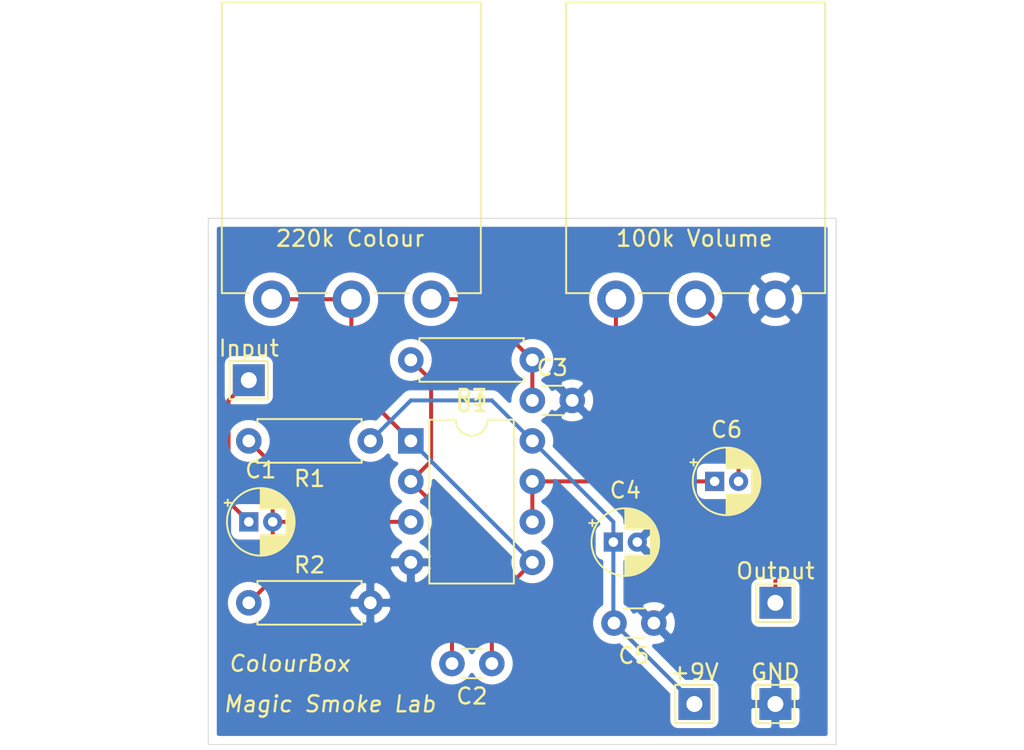
<source format=kicad_pcb>
(kicad_pcb (version 20171130) (host pcbnew "(5.1.9)-1")

  (general
    (thickness 1.6)
    (drawings 6)
    (tracks 38)
    (zones 0)
    (modules 16)
    (nets 11)
  )

  (page A4)
  (layers
    (0 F.Cu signal)
    (31 B.Cu signal)
    (32 B.Adhes user)
    (33 F.Adhes user)
    (34 B.Paste user)
    (35 F.Paste user)
    (36 B.SilkS user)
    (37 F.SilkS user)
    (38 B.Mask user)
    (39 F.Mask user)
    (40 Dwgs.User user)
    (41 Cmts.User user)
    (42 Eco1.User user)
    (43 Eco2.User user)
    (44 Edge.Cuts user)
    (45 Margin user)
    (46 B.CrtYd user)
    (47 F.CrtYd user)
    (48 B.Fab user)
    (49 F.Fab user)
  )

  (setup
    (last_trace_width 0.25)
    (trace_clearance 0.2)
    (zone_clearance 0.508)
    (zone_45_only no)
    (trace_min 0.2)
    (via_size 0.8)
    (via_drill 0.4)
    (via_min_size 0.4)
    (via_min_drill 0.3)
    (uvia_size 0.3)
    (uvia_drill 0.1)
    (uvias_allowed no)
    (uvia_min_size 0.2)
    (uvia_min_drill 0.1)
    (edge_width 0.05)
    (segment_width 0.2)
    (pcb_text_width 0.3)
    (pcb_text_size 1.5 1.5)
    (mod_edge_width 0.12)
    (mod_text_size 1 1)
    (mod_text_width 0.15)
    (pad_size 2 2)
    (pad_drill 1)
    (pad_to_mask_clearance 0)
    (aux_axis_origin 0 0)
    (visible_elements 7FFFFFFF)
    (pcbplotparams
      (layerselection 0x010f0_ffffffff)
      (usegerberextensions false)
      (usegerberattributes true)
      (usegerberadvancedattributes true)
      (creategerberjobfile true)
      (excludeedgelayer true)
      (linewidth 0.100000)
      (plotframeref false)
      (viasonmask false)
      (mode 1)
      (useauxorigin false)
      (hpglpennumber 1)
      (hpglpenspeed 20)
      (hpglpendiameter 15.000000)
      (psnegative false)
      (psa4output false)
      (plotreference true)
      (plotvalue true)
      (plotinvisibletext false)
      (padsonsilk false)
      (subtractmaskfromsilk false)
      (outputformat 1)
      (mirror false)
      (drillshape 0)
      (scaleselection 1)
      (outputdirectory ""))
  )

  (net 0 "")
  (net 1 "Net-(C1-Pad2)")
  (net 2 Input)
  (net 3 "Net-(C2-Pad2)")
  (net 4 "Net-(C2-Pad1)")
  (net 5 GND)
  (net 6 "Net-(C3-Pad1)")
  (net 7 +9V)
  (net 8 "Net-(C6-Pad2)")
  (net 9 "Net-(C6-Pad1)")
  (net 10 Output)

  (net_class Default "This is the default net class."
    (clearance 0.2)
    (trace_width 0.25)
    (via_dia 0.8)
    (via_drill 0.4)
    (uvia_dia 0.3)
    (uvia_drill 0.1)
    (add_net +9V)
    (add_net GND)
    (add_net Input)
    (add_net "Net-(C1-Pad2)")
    (add_net "Net-(C2-Pad1)")
    (add_net "Net-(C2-Pad2)")
    (add_net "Net-(C3-Pad1)")
    (add_net "Net-(C6-Pad1)")
    (add_net "Net-(C6-Pad2)")
    (add_net Output)
  )

  (module TestPoint:TestPoint_THTPad_2.0x2.0mm_Drill1.0mm (layer F.Cu) (tedit 5FF89805) (tstamp 5FF90251)
    (at 111.76 81.28)
    (descr "THT rectangular pad as test Point, square 2.0mm_Drill1.0mm  side length, hole diameter 1.0mm")
    (tags "test point THT pad rectangle square")
    (attr virtual)
    (fp_text reference Input (at 0 -1.998) (layer F.SilkS)
      (effects (font (size 1 1) (thickness 0.15)))
    )
    (fp_text value TestPoint_THTPad_2.0x2.0mm_Drill1.0mm (at 0 2.05) (layer F.Fab)
      (effects (font (size 1 1) (thickness 0.15)))
    )
    (fp_line (start 1.5 1.5) (end -1.5 1.5) (layer F.CrtYd) (width 0.05))
    (fp_line (start 1.5 1.5) (end 1.5 -1.5) (layer F.CrtYd) (width 0.05))
    (fp_line (start -1.5 -1.5) (end -1.5 1.5) (layer F.CrtYd) (width 0.05))
    (fp_line (start -1.5 -1.5) (end 1.5 -1.5) (layer F.CrtYd) (width 0.05))
    (fp_line (start -1.2 1.2) (end -1.2 -1.2) (layer F.SilkS) (width 0.12))
    (fp_line (start 1.2 1.2) (end -1.2 1.2) (layer F.SilkS) (width 0.12))
    (fp_line (start 1.2 -1.2) (end 1.2 1.2) (layer F.SilkS) (width 0.12))
    (fp_line (start -1.2 -1.2) (end 1.2 -1.2) (layer F.SilkS) (width 0.12))
    (fp_text user %R (at 0 -2) (layer F.Fab)
      (effects (font (size 1 1) (thickness 0.15)))
    )
    (pad 1 thru_hole rect (at 0 0) (size 2 2) (drill 1) (layers *.Cu *.Mask)
      (net 2 Input))
  )

  (module TestPoint:TestPoint_THTPad_2.0x2.0mm_Drill1.0mm (layer F.Cu) (tedit 5FF89811) (tstamp 5FF90202)
    (at 144.78 95.25)
    (descr "THT rectangular pad as test Point, square 2.0mm_Drill1.0mm  side length, hole diameter 1.0mm")
    (tags "test point THT pad rectangle square")
    (attr virtual)
    (fp_text reference Output (at 0 -1.998) (layer F.SilkS)
      (effects (font (size 1 1) (thickness 0.15)))
    )
    (fp_text value TestPoint_THTPad_2.0x2.0mm_Drill1.0mm (at 0 2.05) (layer F.Fab)
      (effects (font (size 1 1) (thickness 0.15)))
    )
    (fp_line (start 1.5 1.5) (end -1.5 1.5) (layer F.CrtYd) (width 0.05))
    (fp_line (start 1.5 1.5) (end 1.5 -1.5) (layer F.CrtYd) (width 0.05))
    (fp_line (start -1.5 -1.5) (end -1.5 1.5) (layer F.CrtYd) (width 0.05))
    (fp_line (start -1.5 -1.5) (end 1.5 -1.5) (layer F.CrtYd) (width 0.05))
    (fp_line (start -1.2 1.2) (end -1.2 -1.2) (layer F.SilkS) (width 0.12))
    (fp_line (start 1.2 1.2) (end -1.2 1.2) (layer F.SilkS) (width 0.12))
    (fp_line (start 1.2 -1.2) (end 1.2 1.2) (layer F.SilkS) (width 0.12))
    (fp_line (start -1.2 -1.2) (end 1.2 -1.2) (layer F.SilkS) (width 0.12))
    (fp_text user %R (at 0 -2) (layer F.Fab)
      (effects (font (size 1 1) (thickness 0.15)))
    )
    (pad 1 thru_hole rect (at 0 0) (size 2 2) (drill 1) (layers *.Cu *.Mask)
      (net 10 Output))
  )

  (module TestPoint:TestPoint_THTPad_2.0x2.0mm_Drill1.0mm (layer F.Cu) (tedit 5FF897DE) (tstamp 5FF900A0)
    (at 144.78 101.6)
    (descr "THT rectangular pad as test Point, square 2.0mm_Drill1.0mm  side length, hole diameter 1.0mm")
    (tags "test point THT pad rectangle square")
    (attr virtual)
    (fp_text reference GND (at 0 -1.998) (layer F.SilkS)
      (effects (font (size 1 1) (thickness 0.15)))
    )
    (fp_text value TestPoint_THTPad_2.0x2.0mm_Drill1.0mm (at 0 2.05) (layer F.Fab)
      (effects (font (size 1 1) (thickness 0.15)))
    )
    (fp_line (start 1.5 1.5) (end -1.5 1.5) (layer F.CrtYd) (width 0.05))
    (fp_line (start 1.5 1.5) (end 1.5 -1.5) (layer F.CrtYd) (width 0.05))
    (fp_line (start -1.5 -1.5) (end -1.5 1.5) (layer F.CrtYd) (width 0.05))
    (fp_line (start -1.5 -1.5) (end 1.5 -1.5) (layer F.CrtYd) (width 0.05))
    (fp_line (start -1.2 1.2) (end -1.2 -1.2) (layer F.SilkS) (width 0.12))
    (fp_line (start 1.2 1.2) (end -1.2 1.2) (layer F.SilkS) (width 0.12))
    (fp_line (start 1.2 -1.2) (end 1.2 1.2) (layer F.SilkS) (width 0.12))
    (fp_line (start -1.2 -1.2) (end 1.2 -1.2) (layer F.SilkS) (width 0.12))
    (fp_text user %R (at 0 -2) (layer F.Fab)
      (effects (font (size 1 1) (thickness 0.15)))
    )
    (pad 1 thru_hole rect (at 0 0) (size 2 2) (drill 1) (layers *.Cu *.Mask)
      (net 5 GND))
  )

  (module TestPoint:TestPoint_THTPad_2.0x2.0mm_Drill1.0mm (layer F.Cu) (tedit 5FF897D2) (tstamp 5FF90051)
    (at 139.7 101.6)
    (descr "THT rectangular pad as test Point, square 2.0mm_Drill1.0mm  side length, hole diameter 1.0mm")
    (tags "test point THT pad rectangle square")
    (attr virtual)
    (fp_text reference +9V (at 0 -1.998) (layer F.SilkS)
      (effects (font (size 1 1) (thickness 0.15)))
    )
    (fp_text value TestPoint_THTPad_2.0x2.0mm_Drill1.0mm (at 0 2.05) (layer F.Fab)
      (effects (font (size 1 1) (thickness 0.15)))
    )
    (fp_line (start 1.5 1.5) (end -1.5 1.5) (layer F.CrtYd) (width 0.05))
    (fp_line (start 1.5 1.5) (end 1.5 -1.5) (layer F.CrtYd) (width 0.05))
    (fp_line (start -1.5 -1.5) (end -1.5 1.5) (layer F.CrtYd) (width 0.05))
    (fp_line (start -1.5 -1.5) (end 1.5 -1.5) (layer F.CrtYd) (width 0.05))
    (fp_line (start -1.2 1.2) (end -1.2 -1.2) (layer F.SilkS) (width 0.12))
    (fp_line (start 1.2 1.2) (end -1.2 1.2) (layer F.SilkS) (width 0.12))
    (fp_line (start 1.2 -1.2) (end 1.2 1.2) (layer F.SilkS) (width 0.12))
    (fp_line (start -1.2 -1.2) (end 1.2 -1.2) (layer F.SilkS) (width 0.12))
    (fp_text user %R (at 0 -2) (layer F.Fab)
      (effects (font (size 1 1) (thickness 0.15)))
    )
    (pad 1 thru_hole rect (at 0 0) (size 2 2) (drill 1) (layers *.Cu *.Mask)
      (net 7 +9V))
  )

  (module Package_DIP:DIP-8_W7.62mm (layer F.Cu) (tedit 5A02E8C5) (tstamp 5FF8DBDE)
    (at 121.92 85.09)
    (descr "8-lead though-hole mounted DIP package, row spacing 7.62 mm (300 mils)")
    (tags "THT DIP DIL PDIP 2.54mm 7.62mm 300mil")
    (path /5FF8B33D)
    (fp_text reference U1 (at 3.81 -2.33) (layer F.SilkS)
      (effects (font (size 1 1) (thickness 0.15)))
    )
    (fp_text value TL072 (at 3.81 9.95) (layer F.Fab)
      (effects (font (size 1 1) (thickness 0.15)))
    )
    (fp_line (start 8.7 -1.55) (end -1.1 -1.55) (layer F.CrtYd) (width 0.05))
    (fp_line (start 8.7 9.15) (end 8.7 -1.55) (layer F.CrtYd) (width 0.05))
    (fp_line (start -1.1 9.15) (end 8.7 9.15) (layer F.CrtYd) (width 0.05))
    (fp_line (start -1.1 -1.55) (end -1.1 9.15) (layer F.CrtYd) (width 0.05))
    (fp_line (start 6.46 -1.33) (end 4.81 -1.33) (layer F.SilkS) (width 0.12))
    (fp_line (start 6.46 8.95) (end 6.46 -1.33) (layer F.SilkS) (width 0.12))
    (fp_line (start 1.16 8.95) (end 6.46 8.95) (layer F.SilkS) (width 0.12))
    (fp_line (start 1.16 -1.33) (end 1.16 8.95) (layer F.SilkS) (width 0.12))
    (fp_line (start 2.81 -1.33) (end 1.16 -1.33) (layer F.SilkS) (width 0.12))
    (fp_line (start 0.635 -0.27) (end 1.635 -1.27) (layer F.Fab) (width 0.1))
    (fp_line (start 0.635 8.89) (end 0.635 -0.27) (layer F.Fab) (width 0.1))
    (fp_line (start 6.985 8.89) (end 0.635 8.89) (layer F.Fab) (width 0.1))
    (fp_line (start 6.985 -1.27) (end 6.985 8.89) (layer F.Fab) (width 0.1))
    (fp_line (start 1.635 -1.27) (end 6.985 -1.27) (layer F.Fab) (width 0.1))
    (fp_text user %R (at 3.81 3.81) (layer F.Fab)
      (effects (font (size 1 1) (thickness 0.15)))
    )
    (fp_arc (start 3.81 -1.33) (end 2.81 -1.33) (angle -180) (layer F.SilkS) (width 0.12))
    (pad 8 thru_hole oval (at 7.62 0) (size 1.6 1.6) (drill 0.8) (layers *.Cu *.Mask)
      (net 7 +9V))
    (pad 4 thru_hole oval (at 0 7.62) (size 1.6 1.6) (drill 0.8) (layers *.Cu *.Mask)
      (net 5 GND))
    (pad 7 thru_hole oval (at 7.62 2.54) (size 1.6 1.6) (drill 0.8) (layers *.Cu *.Mask)
      (net 9 "Net-(C6-Pad1)"))
    (pad 3 thru_hole oval (at 0 5.08) (size 1.6 1.6) (drill 0.8) (layers *.Cu *.Mask)
      (net 1 "Net-(C1-Pad2)"))
    (pad 6 thru_hole oval (at 7.62 5.08) (size 1.6 1.6) (drill 0.8) (layers *.Cu *.Mask)
      (net 9 "Net-(C6-Pad1)"))
    (pad 2 thru_hole oval (at 0 2.54) (size 1.6 1.6) (drill 0.8) (layers *.Cu *.Mask)
      (net 3 "Net-(C2-Pad2)"))
    (pad 5 thru_hole oval (at 7.62 7.62) (size 1.6 1.6) (drill 0.8) (layers *.Cu *.Mask)
      (net 4 "Net-(C2-Pad1)"))
    (pad 1 thru_hole rect (at 0 0) (size 1.6 1.6) (drill 0.8) (layers *.Cu *.Mask)
      (net 4 "Net-(C2-Pad1)"))
    (model ${KISYS3DMOD}/Package_DIP.3dshapes/DIP-8_W7.62mm.wrl
      (at (xyz 0 0 0))
      (scale (xyz 1 1 1))
      (rotate (xyz 0 0 0))
    )
  )

  (module Potentiometer_THT:Potentiometer_Piher_PC-16_Single_Vertical (layer F.Cu) (tedit 5A3D4993) (tstamp 5FF8DBC2)
    (at 144.78 76.2 90)
    (descr "Potentiometer, vertical, Piher PC-16 Single, http://www.piher-nacesa.com/pdf/20-PC16v03.pdf")
    (tags "Potentiometer vertical Piher PC-16 Single")
    (path /5FF991B4)
    (fp_text reference "100k Volume" (at 3.81 -5.08 180) (layer F.SilkS)
      (effects (font (size 1 1) (thickness 0.15)))
    )
    (fp_text value 100k_Volume (at 8.665 4.25 90) (layer F.Fab)
      (effects (font (size 1 1) (thickness 0.15)))
    )
    (fp_line (start 18.75 -13.25) (end -1.45 -13.25) (layer F.CrtYd) (width 0.05))
    (fp_line (start 18.75 3.25) (end 18.75 -13.25) (layer F.CrtYd) (width 0.05))
    (fp_line (start -1.45 3.25) (end 18.75 3.25) (layer F.CrtYd) (width 0.05))
    (fp_line (start -1.45 -13.25) (end -1.45 3.25) (layer F.CrtYd) (width 0.05))
    (fp_line (start 18.62 -13.12) (end 18.62 3.12) (layer F.SilkS) (width 0.12))
    (fp_line (start 0.38 1.425) (end 0.38 3.12) (layer F.SilkS) (width 0.12))
    (fp_line (start 0.38 -3.575) (end 0.38 -1.425) (layer F.SilkS) (width 0.12))
    (fp_line (start 0.38 -8.574) (end 0.38 -6.425) (layer F.SilkS) (width 0.12))
    (fp_line (start 0.38 -13.12) (end 0.38 -11.426) (layer F.SilkS) (width 0.12))
    (fp_line (start 0.38 3.12) (end 18.62 3.12) (layer F.SilkS) (width 0.12))
    (fp_line (start 0.38 -13.12) (end 18.62 -13.12) (layer F.SilkS) (width 0.12))
    (fp_line (start 18.5 -13) (end 0.5 -13) (layer F.Fab) (width 0.1))
    (fp_line (start 18.5 3) (end 18.5 -13) (layer F.Fab) (width 0.1))
    (fp_line (start 0.5 3) (end 18.5 3) (layer F.Fab) (width 0.1))
    (fp_line (start 0.5 -13) (end 0.5 3) (layer F.Fab) (width 0.1))
    (fp_circle (center 10.5 -5) (end 13.5 -5) (layer F.Fab) (width 0.1))
    (fp_text user %R (at 1.5 -5) (layer F.Fab)
      (effects (font (size 1 1) (thickness 0.15)))
    )
    (pad 1 thru_hole circle (at 0 0 90) (size 2.34 2.34) (drill 1.3) (layers *.Cu *.Mask)
      (net 5 GND))
    (pad 2 thru_hole circle (at 0 -5 90) (size 2.34 2.34) (drill 1.3) (layers *.Cu *.Mask)
      (net 10 Output))
    (pad 3 thru_hole circle (at 0 -10 90) (size 2.34 2.34) (drill 1.3) (layers *.Cu *.Mask)
      (net 8 "Net-(C6-Pad2)"))
    (model ${KISYS3DMOD}/Potentiometer_THT.3dshapes/Potentiometer_Piher_PC-16_Single_Vertical.wrl
      (at (xyz 0 0 0))
      (scale (xyz 1 1 1))
      (rotate (xyz 0 0 0))
    )
  )

  (module Potentiometer_THT:Potentiometer_Piher_PC-16_Single_Vertical (layer F.Cu) (tedit 5A3D4993) (tstamp 5FF8DBAA)
    (at 123.19 76.2 90)
    (descr "Potentiometer, vertical, Piher PC-16 Single, http://www.piher-nacesa.com/pdf/20-PC16v03.pdf")
    (tags "Potentiometer vertical Piher PC-16 Single")
    (path /5FF92D2D)
    (fp_text reference "220k Colour" (at 3.81 -5.08 180) (layer F.SilkS)
      (effects (font (size 1 1) (thickness 0.15)))
    )
    (fp_text value 220k_Filter (at 8.665 4.25 90) (layer F.Fab)
      (effects (font (size 1 1) (thickness 0.15)))
    )
    (fp_line (start 18.75 -13.25) (end -1.45 -13.25) (layer F.CrtYd) (width 0.05))
    (fp_line (start 18.75 3.25) (end 18.75 -13.25) (layer F.CrtYd) (width 0.05))
    (fp_line (start -1.45 3.25) (end 18.75 3.25) (layer F.CrtYd) (width 0.05))
    (fp_line (start -1.45 -13.25) (end -1.45 3.25) (layer F.CrtYd) (width 0.05))
    (fp_line (start 18.62 -13.12) (end 18.62 3.12) (layer F.SilkS) (width 0.12))
    (fp_line (start 0.38 1.425) (end 0.38 3.12) (layer F.SilkS) (width 0.12))
    (fp_line (start 0.38 -3.575) (end 0.38 -1.425) (layer F.SilkS) (width 0.12))
    (fp_line (start 0.38 -8.574) (end 0.38 -6.425) (layer F.SilkS) (width 0.12))
    (fp_line (start 0.38 -13.12) (end 0.38 -11.426) (layer F.SilkS) (width 0.12))
    (fp_line (start 0.38 3.12) (end 18.62 3.12) (layer F.SilkS) (width 0.12))
    (fp_line (start 0.38 -13.12) (end 18.62 -13.12) (layer F.SilkS) (width 0.12))
    (fp_line (start 18.5 -13) (end 0.5 -13) (layer F.Fab) (width 0.1))
    (fp_line (start 18.5 3) (end 18.5 -13) (layer F.Fab) (width 0.1))
    (fp_line (start 0.5 3) (end 18.5 3) (layer F.Fab) (width 0.1))
    (fp_line (start 0.5 -13) (end 0.5 3) (layer F.Fab) (width 0.1))
    (fp_circle (center 10.5 -5) (end 13.5 -5) (layer F.Fab) (width 0.1))
    (fp_text user %R (at 1.5 -5) (layer F.Fab)
      (effects (font (size 1 1) (thickness 0.15)))
    )
    (pad 1 thru_hole circle (at 0 0 90) (size 2.34 2.34) (drill 1.3) (layers *.Cu *.Mask)
      (net 6 "Net-(C3-Pad1)"))
    (pad 2 thru_hole circle (at 0 -5 90) (size 2.34 2.34) (drill 1.3) (layers *.Cu *.Mask)
      (net 4 "Net-(C2-Pad1)"))
    (pad 3 thru_hole circle (at 0 -10 90) (size 2.34 2.34) (drill 1.3) (layers *.Cu *.Mask)
      (net 4 "Net-(C2-Pad1)"))
    (model ${KISYS3DMOD}/Potentiometer_THT.3dshapes/Potentiometer_Piher_PC-16_Single_Vertical.wrl
      (at (xyz 0 0 0))
      (scale (xyz 1 1 1))
      (rotate (xyz 0 0 0))
    )
  )

  (module Resistor_THT:R_Axial_DIN0207_L6.3mm_D2.5mm_P7.62mm_Horizontal (layer F.Cu) (tedit 5AE5139B) (tstamp 5FF8DB92)
    (at 129.54 80.01 180)
    (descr "Resistor, Axial_DIN0207 series, Axial, Horizontal, pin pitch=7.62mm, 0.25W = 1/4W, length*diameter=6.3*2.5mm^2, http://cdn-reichelt.de/documents/datenblatt/B400/1_4W%23YAG.pdf")
    (tags "Resistor Axial_DIN0207 series Axial Horizontal pin pitch 7.62mm 0.25W = 1/4W length 6.3mm diameter 2.5mm")
    (path /5FF911D2)
    (fp_text reference R3 (at 3.81 -2.37) (layer F.SilkS)
      (effects (font (size 1 1) (thickness 0.15)))
    )
    (fp_text value 100k (at 3.81 2.37) (layer F.Fab)
      (effects (font (size 1 1) (thickness 0.15)))
    )
    (fp_line (start 8.67 -1.5) (end -1.05 -1.5) (layer F.CrtYd) (width 0.05))
    (fp_line (start 8.67 1.5) (end 8.67 -1.5) (layer F.CrtYd) (width 0.05))
    (fp_line (start -1.05 1.5) (end 8.67 1.5) (layer F.CrtYd) (width 0.05))
    (fp_line (start -1.05 -1.5) (end -1.05 1.5) (layer F.CrtYd) (width 0.05))
    (fp_line (start 7.08 1.37) (end 7.08 1.04) (layer F.SilkS) (width 0.12))
    (fp_line (start 0.54 1.37) (end 7.08 1.37) (layer F.SilkS) (width 0.12))
    (fp_line (start 0.54 1.04) (end 0.54 1.37) (layer F.SilkS) (width 0.12))
    (fp_line (start 7.08 -1.37) (end 7.08 -1.04) (layer F.SilkS) (width 0.12))
    (fp_line (start 0.54 -1.37) (end 7.08 -1.37) (layer F.SilkS) (width 0.12))
    (fp_line (start 0.54 -1.04) (end 0.54 -1.37) (layer F.SilkS) (width 0.12))
    (fp_line (start 7.62 0) (end 6.96 0) (layer F.Fab) (width 0.1))
    (fp_line (start 0 0) (end 0.66 0) (layer F.Fab) (width 0.1))
    (fp_line (start 6.96 -1.25) (end 0.66 -1.25) (layer F.Fab) (width 0.1))
    (fp_line (start 6.96 1.25) (end 6.96 -1.25) (layer F.Fab) (width 0.1))
    (fp_line (start 0.66 1.25) (end 6.96 1.25) (layer F.Fab) (width 0.1))
    (fp_line (start 0.66 -1.25) (end 0.66 1.25) (layer F.Fab) (width 0.1))
    (fp_text user %R (at 3.81 0) (layer F.Fab)
      (effects (font (size 1 1) (thickness 0.15)))
    )
    (pad 2 thru_hole oval (at 7.62 0 180) (size 1.6 1.6) (drill 0.8) (layers *.Cu *.Mask)
      (net 3 "Net-(C2-Pad2)"))
    (pad 1 thru_hole circle (at 0 0 180) (size 1.6 1.6) (drill 0.8) (layers *.Cu *.Mask)
      (net 6 "Net-(C3-Pad1)"))
    (model ${KISYS3DMOD}/Resistor_THT.3dshapes/R_Axial_DIN0207_L6.3mm_D2.5mm_P7.62mm_Horizontal.wrl
      (at (xyz 0 0 0))
      (scale (xyz 1 1 1))
      (rotate (xyz 0 0 0))
    )
  )

  (module Resistor_THT:R_Axial_DIN0207_L6.3mm_D2.5mm_P7.62mm_Horizontal (layer F.Cu) (tedit 5AE5139B) (tstamp 5FF8DB7B)
    (at 111.76 95.25)
    (descr "Resistor, Axial_DIN0207 series, Axial, Horizontal, pin pitch=7.62mm, 0.25W = 1/4W, length*diameter=6.3*2.5mm^2, http://cdn-reichelt.de/documents/datenblatt/B400/1_4W%23YAG.pdf")
    (tags "Resistor Axial_DIN0207 series Axial Horizontal pin pitch 7.62mm 0.25W = 1/4W length 6.3mm diameter 2.5mm")
    (path /5FF892EE)
    (fp_text reference R2 (at 3.81 -2.37) (layer F.SilkS)
      (effects (font (size 1 1) (thickness 0.15)))
    )
    (fp_text value 10k (at 3.81 2.37) (layer F.Fab)
      (effects (font (size 1 1) (thickness 0.15)))
    )
    (fp_line (start 8.67 -1.5) (end -1.05 -1.5) (layer F.CrtYd) (width 0.05))
    (fp_line (start 8.67 1.5) (end 8.67 -1.5) (layer F.CrtYd) (width 0.05))
    (fp_line (start -1.05 1.5) (end 8.67 1.5) (layer F.CrtYd) (width 0.05))
    (fp_line (start -1.05 -1.5) (end -1.05 1.5) (layer F.CrtYd) (width 0.05))
    (fp_line (start 7.08 1.37) (end 7.08 1.04) (layer F.SilkS) (width 0.12))
    (fp_line (start 0.54 1.37) (end 7.08 1.37) (layer F.SilkS) (width 0.12))
    (fp_line (start 0.54 1.04) (end 0.54 1.37) (layer F.SilkS) (width 0.12))
    (fp_line (start 7.08 -1.37) (end 7.08 -1.04) (layer F.SilkS) (width 0.12))
    (fp_line (start 0.54 -1.37) (end 7.08 -1.37) (layer F.SilkS) (width 0.12))
    (fp_line (start 0.54 -1.04) (end 0.54 -1.37) (layer F.SilkS) (width 0.12))
    (fp_line (start 7.62 0) (end 6.96 0) (layer F.Fab) (width 0.1))
    (fp_line (start 0 0) (end 0.66 0) (layer F.Fab) (width 0.1))
    (fp_line (start 6.96 -1.25) (end 0.66 -1.25) (layer F.Fab) (width 0.1))
    (fp_line (start 6.96 1.25) (end 6.96 -1.25) (layer F.Fab) (width 0.1))
    (fp_line (start 0.66 1.25) (end 6.96 1.25) (layer F.Fab) (width 0.1))
    (fp_line (start 0.66 -1.25) (end 0.66 1.25) (layer F.Fab) (width 0.1))
    (fp_text user %R (at 3.81 0) (layer F.Fab)
      (effects (font (size 1 1) (thickness 0.15)))
    )
    (pad 2 thru_hole oval (at 7.62 0) (size 1.6 1.6) (drill 0.8) (layers *.Cu *.Mask)
      (net 5 GND))
    (pad 1 thru_hole circle (at 0 0) (size 1.6 1.6) (drill 0.8) (layers *.Cu *.Mask)
      (net 1 "Net-(C1-Pad2)"))
    (model ${KISYS3DMOD}/Resistor_THT.3dshapes/R_Axial_DIN0207_L6.3mm_D2.5mm_P7.62mm_Horizontal.wrl
      (at (xyz 0 0 0))
      (scale (xyz 1 1 1))
      (rotate (xyz 0 0 0))
    )
  )

  (module Resistor_THT:R_Axial_DIN0207_L6.3mm_D2.5mm_P7.62mm_Horizontal (layer F.Cu) (tedit 5AE5139B) (tstamp 5FF8DB64)
    (at 119.38 85.09 180)
    (descr "Resistor, Axial_DIN0207 series, Axial, Horizontal, pin pitch=7.62mm, 0.25W = 1/4W, length*diameter=6.3*2.5mm^2, http://cdn-reichelt.de/documents/datenblatt/B400/1_4W%23YAG.pdf")
    (tags "Resistor Axial_DIN0207 series Axial Horizontal pin pitch 7.62mm 0.25W = 1/4W length 6.3mm diameter 2.5mm")
    (path /5FF88682)
    (fp_text reference R1 (at 3.81 -2.37) (layer F.SilkS)
      (effects (font (size 1 1) (thickness 0.15)))
    )
    (fp_text value 10k (at 3.81 2.37) (layer F.Fab)
      (effects (font (size 1 1) (thickness 0.15)))
    )
    (fp_line (start 8.67 -1.5) (end -1.05 -1.5) (layer F.CrtYd) (width 0.05))
    (fp_line (start 8.67 1.5) (end 8.67 -1.5) (layer F.CrtYd) (width 0.05))
    (fp_line (start -1.05 1.5) (end 8.67 1.5) (layer F.CrtYd) (width 0.05))
    (fp_line (start -1.05 -1.5) (end -1.05 1.5) (layer F.CrtYd) (width 0.05))
    (fp_line (start 7.08 1.37) (end 7.08 1.04) (layer F.SilkS) (width 0.12))
    (fp_line (start 0.54 1.37) (end 7.08 1.37) (layer F.SilkS) (width 0.12))
    (fp_line (start 0.54 1.04) (end 0.54 1.37) (layer F.SilkS) (width 0.12))
    (fp_line (start 7.08 -1.37) (end 7.08 -1.04) (layer F.SilkS) (width 0.12))
    (fp_line (start 0.54 -1.37) (end 7.08 -1.37) (layer F.SilkS) (width 0.12))
    (fp_line (start 0.54 -1.04) (end 0.54 -1.37) (layer F.SilkS) (width 0.12))
    (fp_line (start 7.62 0) (end 6.96 0) (layer F.Fab) (width 0.1))
    (fp_line (start 0 0) (end 0.66 0) (layer F.Fab) (width 0.1))
    (fp_line (start 6.96 -1.25) (end 0.66 -1.25) (layer F.Fab) (width 0.1))
    (fp_line (start 6.96 1.25) (end 6.96 -1.25) (layer F.Fab) (width 0.1))
    (fp_line (start 0.66 1.25) (end 6.96 1.25) (layer F.Fab) (width 0.1))
    (fp_line (start 0.66 -1.25) (end 0.66 1.25) (layer F.Fab) (width 0.1))
    (fp_text user %R (at 3.81 0) (layer F.Fab)
      (effects (font (size 1 1) (thickness 0.15)))
    )
    (pad 2 thru_hole oval (at 7.62 0 180) (size 1.6 1.6) (drill 0.8) (layers *.Cu *.Mask)
      (net 1 "Net-(C1-Pad2)"))
    (pad 1 thru_hole circle (at 0 0 180) (size 1.6 1.6) (drill 0.8) (layers *.Cu *.Mask)
      (net 7 +9V))
    (model ${KISYS3DMOD}/Resistor_THT.3dshapes/R_Axial_DIN0207_L6.3mm_D2.5mm_P7.62mm_Horizontal.wrl
      (at (xyz 0 0 0))
      (scale (xyz 1 1 1))
      (rotate (xyz 0 0 0))
    )
  )

  (module Capacitor_THT:CP_Radial_D4.0mm_P1.50mm (layer F.Cu) (tedit 5AE50EF0) (tstamp 5FF8DB4D)
    (at 140.97 87.63)
    (descr "CP, Radial series, Radial, pin pitch=1.50mm, , diameter=4mm, Electrolytic Capacitor")
    (tags "CP Radial series Radial pin pitch 1.50mm  diameter 4mm Electrolytic Capacitor")
    (path /5FF9871C)
    (fp_text reference C6 (at 0.75 -3.25) (layer F.SilkS)
      (effects (font (size 1 1) (thickness 0.15)))
    )
    (fp_text value 0.1u (at 0.75 3.25) (layer F.Fab)
      (effects (font (size 1 1) (thickness 0.15)))
    )
    (fp_line (start -1.319801 -1.395) (end -1.319801 -0.995) (layer F.SilkS) (width 0.12))
    (fp_line (start -1.519801 -1.195) (end -1.119801 -1.195) (layer F.SilkS) (width 0.12))
    (fp_line (start 2.831 -0.37) (end 2.831 0.37) (layer F.SilkS) (width 0.12))
    (fp_line (start 2.791 -0.537) (end 2.791 0.537) (layer F.SilkS) (width 0.12))
    (fp_line (start 2.751 -0.664) (end 2.751 0.664) (layer F.SilkS) (width 0.12))
    (fp_line (start 2.711 -0.768) (end 2.711 0.768) (layer F.SilkS) (width 0.12))
    (fp_line (start 2.671 -0.859) (end 2.671 0.859) (layer F.SilkS) (width 0.12))
    (fp_line (start 2.631 -0.94) (end 2.631 0.94) (layer F.SilkS) (width 0.12))
    (fp_line (start 2.591 -1.013) (end 2.591 1.013) (layer F.SilkS) (width 0.12))
    (fp_line (start 2.551 -1.08) (end 2.551 1.08) (layer F.SilkS) (width 0.12))
    (fp_line (start 2.511 -1.142) (end 2.511 1.142) (layer F.SilkS) (width 0.12))
    (fp_line (start 2.471 -1.2) (end 2.471 1.2) (layer F.SilkS) (width 0.12))
    (fp_line (start 2.431 -1.254) (end 2.431 1.254) (layer F.SilkS) (width 0.12))
    (fp_line (start 2.391 -1.304) (end 2.391 1.304) (layer F.SilkS) (width 0.12))
    (fp_line (start 2.351 -1.351) (end 2.351 1.351) (layer F.SilkS) (width 0.12))
    (fp_line (start 2.311 0.84) (end 2.311 1.396) (layer F.SilkS) (width 0.12))
    (fp_line (start 2.311 -1.396) (end 2.311 -0.84) (layer F.SilkS) (width 0.12))
    (fp_line (start 2.271 0.84) (end 2.271 1.438) (layer F.SilkS) (width 0.12))
    (fp_line (start 2.271 -1.438) (end 2.271 -0.84) (layer F.SilkS) (width 0.12))
    (fp_line (start 2.231 0.84) (end 2.231 1.478) (layer F.SilkS) (width 0.12))
    (fp_line (start 2.231 -1.478) (end 2.231 -0.84) (layer F.SilkS) (width 0.12))
    (fp_line (start 2.191 0.84) (end 2.191 1.516) (layer F.SilkS) (width 0.12))
    (fp_line (start 2.191 -1.516) (end 2.191 -0.84) (layer F.SilkS) (width 0.12))
    (fp_line (start 2.151 0.84) (end 2.151 1.552) (layer F.SilkS) (width 0.12))
    (fp_line (start 2.151 -1.552) (end 2.151 -0.84) (layer F.SilkS) (width 0.12))
    (fp_line (start 2.111 0.84) (end 2.111 1.587) (layer F.SilkS) (width 0.12))
    (fp_line (start 2.111 -1.587) (end 2.111 -0.84) (layer F.SilkS) (width 0.12))
    (fp_line (start 2.071 0.84) (end 2.071 1.619) (layer F.SilkS) (width 0.12))
    (fp_line (start 2.071 -1.619) (end 2.071 -0.84) (layer F.SilkS) (width 0.12))
    (fp_line (start 2.031 0.84) (end 2.031 1.65) (layer F.SilkS) (width 0.12))
    (fp_line (start 2.031 -1.65) (end 2.031 -0.84) (layer F.SilkS) (width 0.12))
    (fp_line (start 1.991 0.84) (end 1.991 1.68) (layer F.SilkS) (width 0.12))
    (fp_line (start 1.991 -1.68) (end 1.991 -0.84) (layer F.SilkS) (width 0.12))
    (fp_line (start 1.951 0.84) (end 1.951 1.708) (layer F.SilkS) (width 0.12))
    (fp_line (start 1.951 -1.708) (end 1.951 -0.84) (layer F.SilkS) (width 0.12))
    (fp_line (start 1.911 0.84) (end 1.911 1.735) (layer F.SilkS) (width 0.12))
    (fp_line (start 1.911 -1.735) (end 1.911 -0.84) (layer F.SilkS) (width 0.12))
    (fp_line (start 1.871 0.84) (end 1.871 1.76) (layer F.SilkS) (width 0.12))
    (fp_line (start 1.871 -1.76) (end 1.871 -0.84) (layer F.SilkS) (width 0.12))
    (fp_line (start 1.831 0.84) (end 1.831 1.785) (layer F.SilkS) (width 0.12))
    (fp_line (start 1.831 -1.785) (end 1.831 -0.84) (layer F.SilkS) (width 0.12))
    (fp_line (start 1.791 0.84) (end 1.791 1.808) (layer F.SilkS) (width 0.12))
    (fp_line (start 1.791 -1.808) (end 1.791 -0.84) (layer F.SilkS) (width 0.12))
    (fp_line (start 1.751 0.84) (end 1.751 1.83) (layer F.SilkS) (width 0.12))
    (fp_line (start 1.751 -1.83) (end 1.751 -0.84) (layer F.SilkS) (width 0.12))
    (fp_line (start 1.711 0.84) (end 1.711 1.851) (layer F.SilkS) (width 0.12))
    (fp_line (start 1.711 -1.851) (end 1.711 -0.84) (layer F.SilkS) (width 0.12))
    (fp_line (start 1.671 0.84) (end 1.671 1.87) (layer F.SilkS) (width 0.12))
    (fp_line (start 1.671 -1.87) (end 1.671 -0.84) (layer F.SilkS) (width 0.12))
    (fp_line (start 1.631 0.84) (end 1.631 1.889) (layer F.SilkS) (width 0.12))
    (fp_line (start 1.631 -1.889) (end 1.631 -0.84) (layer F.SilkS) (width 0.12))
    (fp_line (start 1.591 0.84) (end 1.591 1.907) (layer F.SilkS) (width 0.12))
    (fp_line (start 1.591 -1.907) (end 1.591 -0.84) (layer F.SilkS) (width 0.12))
    (fp_line (start 1.551 0.84) (end 1.551 1.924) (layer F.SilkS) (width 0.12))
    (fp_line (start 1.551 -1.924) (end 1.551 -0.84) (layer F.SilkS) (width 0.12))
    (fp_line (start 1.511 0.84) (end 1.511 1.94) (layer F.SilkS) (width 0.12))
    (fp_line (start 1.511 -1.94) (end 1.511 -0.84) (layer F.SilkS) (width 0.12))
    (fp_line (start 1.471 0.84) (end 1.471 1.954) (layer F.SilkS) (width 0.12))
    (fp_line (start 1.471 -1.954) (end 1.471 -0.84) (layer F.SilkS) (width 0.12))
    (fp_line (start 1.43 0.84) (end 1.43 1.968) (layer F.SilkS) (width 0.12))
    (fp_line (start 1.43 -1.968) (end 1.43 -0.84) (layer F.SilkS) (width 0.12))
    (fp_line (start 1.39 0.84) (end 1.39 1.982) (layer F.SilkS) (width 0.12))
    (fp_line (start 1.39 -1.982) (end 1.39 -0.84) (layer F.SilkS) (width 0.12))
    (fp_line (start 1.35 0.84) (end 1.35 1.994) (layer F.SilkS) (width 0.12))
    (fp_line (start 1.35 -1.994) (end 1.35 -0.84) (layer F.SilkS) (width 0.12))
    (fp_line (start 1.31 0.84) (end 1.31 2.005) (layer F.SilkS) (width 0.12))
    (fp_line (start 1.31 -2.005) (end 1.31 -0.84) (layer F.SilkS) (width 0.12))
    (fp_line (start 1.27 0.84) (end 1.27 2.016) (layer F.SilkS) (width 0.12))
    (fp_line (start 1.27 -2.016) (end 1.27 -0.84) (layer F.SilkS) (width 0.12))
    (fp_line (start 1.23 0.84) (end 1.23 2.025) (layer F.SilkS) (width 0.12))
    (fp_line (start 1.23 -2.025) (end 1.23 -0.84) (layer F.SilkS) (width 0.12))
    (fp_line (start 1.19 0.84) (end 1.19 2.034) (layer F.SilkS) (width 0.12))
    (fp_line (start 1.19 -2.034) (end 1.19 -0.84) (layer F.SilkS) (width 0.12))
    (fp_line (start 1.15 0.84) (end 1.15 2.042) (layer F.SilkS) (width 0.12))
    (fp_line (start 1.15 -2.042) (end 1.15 -0.84) (layer F.SilkS) (width 0.12))
    (fp_line (start 1.11 0.84) (end 1.11 2.05) (layer F.SilkS) (width 0.12))
    (fp_line (start 1.11 -2.05) (end 1.11 -0.84) (layer F.SilkS) (width 0.12))
    (fp_line (start 1.07 0.84) (end 1.07 2.056) (layer F.SilkS) (width 0.12))
    (fp_line (start 1.07 -2.056) (end 1.07 -0.84) (layer F.SilkS) (width 0.12))
    (fp_line (start 1.03 0.84) (end 1.03 2.062) (layer F.SilkS) (width 0.12))
    (fp_line (start 1.03 -2.062) (end 1.03 -0.84) (layer F.SilkS) (width 0.12))
    (fp_line (start 0.99 0.84) (end 0.99 2.067) (layer F.SilkS) (width 0.12))
    (fp_line (start 0.99 -2.067) (end 0.99 -0.84) (layer F.SilkS) (width 0.12))
    (fp_line (start 0.95 0.84) (end 0.95 2.071) (layer F.SilkS) (width 0.12))
    (fp_line (start 0.95 -2.071) (end 0.95 -0.84) (layer F.SilkS) (width 0.12))
    (fp_line (start 0.91 0.84) (end 0.91 2.074) (layer F.SilkS) (width 0.12))
    (fp_line (start 0.91 -2.074) (end 0.91 -0.84) (layer F.SilkS) (width 0.12))
    (fp_line (start 0.87 0.84) (end 0.87 2.077) (layer F.SilkS) (width 0.12))
    (fp_line (start 0.87 -2.077) (end 0.87 -0.84) (layer F.SilkS) (width 0.12))
    (fp_line (start 0.83 -2.079) (end 0.83 -0.84) (layer F.SilkS) (width 0.12))
    (fp_line (start 0.83 0.84) (end 0.83 2.079) (layer F.SilkS) (width 0.12))
    (fp_line (start 0.79 -2.08) (end 0.79 -0.84) (layer F.SilkS) (width 0.12))
    (fp_line (start 0.79 0.84) (end 0.79 2.08) (layer F.SilkS) (width 0.12))
    (fp_line (start 0.75 -2.08) (end 0.75 -0.84) (layer F.SilkS) (width 0.12))
    (fp_line (start 0.75 0.84) (end 0.75 2.08) (layer F.SilkS) (width 0.12))
    (fp_line (start -0.752554 -1.0675) (end -0.752554 -0.6675) (layer F.Fab) (width 0.1))
    (fp_line (start -0.952554 -0.8675) (end -0.552554 -0.8675) (layer F.Fab) (width 0.1))
    (fp_circle (center 0.75 0) (end 3 0) (layer F.CrtYd) (width 0.05))
    (fp_circle (center 0.75 0) (end 2.87 0) (layer F.SilkS) (width 0.12))
    (fp_circle (center 0.75 0) (end 2.75 0) (layer F.Fab) (width 0.1))
    (fp_text user %R (at 0.75 0) (layer F.Fab)
      (effects (font (size 0.8 0.8) (thickness 0.12)))
    )
    (pad 2 thru_hole circle (at 1.5 0) (size 1.2 1.2) (drill 0.6) (layers *.Cu *.Mask)
      (net 8 "Net-(C6-Pad2)"))
    (pad 1 thru_hole rect (at 0 0) (size 1.2 1.2) (drill 0.6) (layers *.Cu *.Mask)
      (net 9 "Net-(C6-Pad1)"))
    (model ${KISYS3DMOD}/Capacitor_THT.3dshapes/CP_Radial_D4.0mm_P1.50mm.wrl
      (at (xyz 0 0 0))
      (scale (xyz 1 1 1))
      (rotate (xyz 0 0 0))
    )
  )

  (module Capacitor_THT:C_Disc_D3.0mm_W1.6mm_P2.50mm (layer F.Cu) (tedit 5AE50EF0) (tstamp 5FF8DAE2)
    (at 137.16 96.52 180)
    (descr "C, Disc series, Radial, pin pitch=2.50mm, , diameter*width=3.0*1.6mm^2, Capacitor, http://www.vishay.com/docs/45233/krseries.pdf")
    (tags "C Disc series Radial pin pitch 2.50mm  diameter 3.0mm width 1.6mm Capacitor")
    (path /5FF9F9A9)
    (fp_text reference C5 (at 1.25 -2.05) (layer F.SilkS)
      (effects (font (size 1 1) (thickness 0.15)))
    )
    (fp_text value 0.1u (at 1.25 2.05) (layer F.Fab)
      (effects (font (size 1 1) (thickness 0.15)))
    )
    (fp_line (start 3.55 -1.05) (end -1.05 -1.05) (layer F.CrtYd) (width 0.05))
    (fp_line (start 3.55 1.05) (end 3.55 -1.05) (layer F.CrtYd) (width 0.05))
    (fp_line (start -1.05 1.05) (end 3.55 1.05) (layer F.CrtYd) (width 0.05))
    (fp_line (start -1.05 -1.05) (end -1.05 1.05) (layer F.CrtYd) (width 0.05))
    (fp_line (start 0.621 0.92) (end 1.879 0.92) (layer F.SilkS) (width 0.12))
    (fp_line (start 0.621 -0.92) (end 1.879 -0.92) (layer F.SilkS) (width 0.12))
    (fp_line (start 2.75 -0.8) (end -0.25 -0.8) (layer F.Fab) (width 0.1))
    (fp_line (start 2.75 0.8) (end 2.75 -0.8) (layer F.Fab) (width 0.1))
    (fp_line (start -0.25 0.8) (end 2.75 0.8) (layer F.Fab) (width 0.1))
    (fp_line (start -0.25 -0.8) (end -0.25 0.8) (layer F.Fab) (width 0.1))
    (fp_text user %R (at 1.25 0) (layer F.Fab)
      (effects (font (size 0.6 0.6) (thickness 0.09)))
    )
    (pad 2 thru_hole circle (at 2.5 0 180) (size 1.6 1.6) (drill 0.8) (layers *.Cu *.Mask)
      (net 7 +9V))
    (pad 1 thru_hole circle (at 0 0 180) (size 1.6 1.6) (drill 0.8) (layers *.Cu *.Mask)
      (net 5 GND))
    (model ${KISYS3DMOD}/Capacitor_THT.3dshapes/C_Disc_D3.0mm_W1.6mm_P2.50mm.wrl
      (at (xyz 0 0 0))
      (scale (xyz 1 1 1))
      (rotate (xyz 0 0 0))
    )
  )

  (module Capacitor_THT:CP_Radial_D4.0mm_P1.50mm (layer F.Cu) (tedit 5AE50EF0) (tstamp 5FF8DAD1)
    (at 134.62 91.44)
    (descr "CP, Radial series, Radial, pin pitch=1.50mm, , diameter=4mm, Electrolytic Capacitor")
    (tags "CP Radial series Radial pin pitch 1.50mm  diameter 4mm Electrolytic Capacitor")
    (path /5FF9EE8D)
    (fp_text reference C4 (at 0.75 -3.25) (layer F.SilkS)
      (effects (font (size 1 1) (thickness 0.15)))
    )
    (fp_text value 10u (at 0.75 3.25) (layer F.Fab)
      (effects (font (size 1 1) (thickness 0.15)))
    )
    (fp_line (start -1.319801 -1.395) (end -1.319801 -0.995) (layer F.SilkS) (width 0.12))
    (fp_line (start -1.519801 -1.195) (end -1.119801 -1.195) (layer F.SilkS) (width 0.12))
    (fp_line (start 2.831 -0.37) (end 2.831 0.37) (layer F.SilkS) (width 0.12))
    (fp_line (start 2.791 -0.537) (end 2.791 0.537) (layer F.SilkS) (width 0.12))
    (fp_line (start 2.751 -0.664) (end 2.751 0.664) (layer F.SilkS) (width 0.12))
    (fp_line (start 2.711 -0.768) (end 2.711 0.768) (layer F.SilkS) (width 0.12))
    (fp_line (start 2.671 -0.859) (end 2.671 0.859) (layer F.SilkS) (width 0.12))
    (fp_line (start 2.631 -0.94) (end 2.631 0.94) (layer F.SilkS) (width 0.12))
    (fp_line (start 2.591 -1.013) (end 2.591 1.013) (layer F.SilkS) (width 0.12))
    (fp_line (start 2.551 -1.08) (end 2.551 1.08) (layer F.SilkS) (width 0.12))
    (fp_line (start 2.511 -1.142) (end 2.511 1.142) (layer F.SilkS) (width 0.12))
    (fp_line (start 2.471 -1.2) (end 2.471 1.2) (layer F.SilkS) (width 0.12))
    (fp_line (start 2.431 -1.254) (end 2.431 1.254) (layer F.SilkS) (width 0.12))
    (fp_line (start 2.391 -1.304) (end 2.391 1.304) (layer F.SilkS) (width 0.12))
    (fp_line (start 2.351 -1.351) (end 2.351 1.351) (layer F.SilkS) (width 0.12))
    (fp_line (start 2.311 0.84) (end 2.311 1.396) (layer F.SilkS) (width 0.12))
    (fp_line (start 2.311 -1.396) (end 2.311 -0.84) (layer F.SilkS) (width 0.12))
    (fp_line (start 2.271 0.84) (end 2.271 1.438) (layer F.SilkS) (width 0.12))
    (fp_line (start 2.271 -1.438) (end 2.271 -0.84) (layer F.SilkS) (width 0.12))
    (fp_line (start 2.231 0.84) (end 2.231 1.478) (layer F.SilkS) (width 0.12))
    (fp_line (start 2.231 -1.478) (end 2.231 -0.84) (layer F.SilkS) (width 0.12))
    (fp_line (start 2.191 0.84) (end 2.191 1.516) (layer F.SilkS) (width 0.12))
    (fp_line (start 2.191 -1.516) (end 2.191 -0.84) (layer F.SilkS) (width 0.12))
    (fp_line (start 2.151 0.84) (end 2.151 1.552) (layer F.SilkS) (width 0.12))
    (fp_line (start 2.151 -1.552) (end 2.151 -0.84) (layer F.SilkS) (width 0.12))
    (fp_line (start 2.111 0.84) (end 2.111 1.587) (layer F.SilkS) (width 0.12))
    (fp_line (start 2.111 -1.587) (end 2.111 -0.84) (layer F.SilkS) (width 0.12))
    (fp_line (start 2.071 0.84) (end 2.071 1.619) (layer F.SilkS) (width 0.12))
    (fp_line (start 2.071 -1.619) (end 2.071 -0.84) (layer F.SilkS) (width 0.12))
    (fp_line (start 2.031 0.84) (end 2.031 1.65) (layer F.SilkS) (width 0.12))
    (fp_line (start 2.031 -1.65) (end 2.031 -0.84) (layer F.SilkS) (width 0.12))
    (fp_line (start 1.991 0.84) (end 1.991 1.68) (layer F.SilkS) (width 0.12))
    (fp_line (start 1.991 -1.68) (end 1.991 -0.84) (layer F.SilkS) (width 0.12))
    (fp_line (start 1.951 0.84) (end 1.951 1.708) (layer F.SilkS) (width 0.12))
    (fp_line (start 1.951 -1.708) (end 1.951 -0.84) (layer F.SilkS) (width 0.12))
    (fp_line (start 1.911 0.84) (end 1.911 1.735) (layer F.SilkS) (width 0.12))
    (fp_line (start 1.911 -1.735) (end 1.911 -0.84) (layer F.SilkS) (width 0.12))
    (fp_line (start 1.871 0.84) (end 1.871 1.76) (layer F.SilkS) (width 0.12))
    (fp_line (start 1.871 -1.76) (end 1.871 -0.84) (layer F.SilkS) (width 0.12))
    (fp_line (start 1.831 0.84) (end 1.831 1.785) (layer F.SilkS) (width 0.12))
    (fp_line (start 1.831 -1.785) (end 1.831 -0.84) (layer F.SilkS) (width 0.12))
    (fp_line (start 1.791 0.84) (end 1.791 1.808) (layer F.SilkS) (width 0.12))
    (fp_line (start 1.791 -1.808) (end 1.791 -0.84) (layer F.SilkS) (width 0.12))
    (fp_line (start 1.751 0.84) (end 1.751 1.83) (layer F.SilkS) (width 0.12))
    (fp_line (start 1.751 -1.83) (end 1.751 -0.84) (layer F.SilkS) (width 0.12))
    (fp_line (start 1.711 0.84) (end 1.711 1.851) (layer F.SilkS) (width 0.12))
    (fp_line (start 1.711 -1.851) (end 1.711 -0.84) (layer F.SilkS) (width 0.12))
    (fp_line (start 1.671 0.84) (end 1.671 1.87) (layer F.SilkS) (width 0.12))
    (fp_line (start 1.671 -1.87) (end 1.671 -0.84) (layer F.SilkS) (width 0.12))
    (fp_line (start 1.631 0.84) (end 1.631 1.889) (layer F.SilkS) (width 0.12))
    (fp_line (start 1.631 -1.889) (end 1.631 -0.84) (layer F.SilkS) (width 0.12))
    (fp_line (start 1.591 0.84) (end 1.591 1.907) (layer F.SilkS) (width 0.12))
    (fp_line (start 1.591 -1.907) (end 1.591 -0.84) (layer F.SilkS) (width 0.12))
    (fp_line (start 1.551 0.84) (end 1.551 1.924) (layer F.SilkS) (width 0.12))
    (fp_line (start 1.551 -1.924) (end 1.551 -0.84) (layer F.SilkS) (width 0.12))
    (fp_line (start 1.511 0.84) (end 1.511 1.94) (layer F.SilkS) (width 0.12))
    (fp_line (start 1.511 -1.94) (end 1.511 -0.84) (layer F.SilkS) (width 0.12))
    (fp_line (start 1.471 0.84) (end 1.471 1.954) (layer F.SilkS) (width 0.12))
    (fp_line (start 1.471 -1.954) (end 1.471 -0.84) (layer F.SilkS) (width 0.12))
    (fp_line (start 1.43 0.84) (end 1.43 1.968) (layer F.SilkS) (width 0.12))
    (fp_line (start 1.43 -1.968) (end 1.43 -0.84) (layer F.SilkS) (width 0.12))
    (fp_line (start 1.39 0.84) (end 1.39 1.982) (layer F.SilkS) (width 0.12))
    (fp_line (start 1.39 -1.982) (end 1.39 -0.84) (layer F.SilkS) (width 0.12))
    (fp_line (start 1.35 0.84) (end 1.35 1.994) (layer F.SilkS) (width 0.12))
    (fp_line (start 1.35 -1.994) (end 1.35 -0.84) (layer F.SilkS) (width 0.12))
    (fp_line (start 1.31 0.84) (end 1.31 2.005) (layer F.SilkS) (width 0.12))
    (fp_line (start 1.31 -2.005) (end 1.31 -0.84) (layer F.SilkS) (width 0.12))
    (fp_line (start 1.27 0.84) (end 1.27 2.016) (layer F.SilkS) (width 0.12))
    (fp_line (start 1.27 -2.016) (end 1.27 -0.84) (layer F.SilkS) (width 0.12))
    (fp_line (start 1.23 0.84) (end 1.23 2.025) (layer F.SilkS) (width 0.12))
    (fp_line (start 1.23 -2.025) (end 1.23 -0.84) (layer F.SilkS) (width 0.12))
    (fp_line (start 1.19 0.84) (end 1.19 2.034) (layer F.SilkS) (width 0.12))
    (fp_line (start 1.19 -2.034) (end 1.19 -0.84) (layer F.SilkS) (width 0.12))
    (fp_line (start 1.15 0.84) (end 1.15 2.042) (layer F.SilkS) (width 0.12))
    (fp_line (start 1.15 -2.042) (end 1.15 -0.84) (layer F.SilkS) (width 0.12))
    (fp_line (start 1.11 0.84) (end 1.11 2.05) (layer F.SilkS) (width 0.12))
    (fp_line (start 1.11 -2.05) (end 1.11 -0.84) (layer F.SilkS) (width 0.12))
    (fp_line (start 1.07 0.84) (end 1.07 2.056) (layer F.SilkS) (width 0.12))
    (fp_line (start 1.07 -2.056) (end 1.07 -0.84) (layer F.SilkS) (width 0.12))
    (fp_line (start 1.03 0.84) (end 1.03 2.062) (layer F.SilkS) (width 0.12))
    (fp_line (start 1.03 -2.062) (end 1.03 -0.84) (layer F.SilkS) (width 0.12))
    (fp_line (start 0.99 0.84) (end 0.99 2.067) (layer F.SilkS) (width 0.12))
    (fp_line (start 0.99 -2.067) (end 0.99 -0.84) (layer F.SilkS) (width 0.12))
    (fp_line (start 0.95 0.84) (end 0.95 2.071) (layer F.SilkS) (width 0.12))
    (fp_line (start 0.95 -2.071) (end 0.95 -0.84) (layer F.SilkS) (width 0.12))
    (fp_line (start 0.91 0.84) (end 0.91 2.074) (layer F.SilkS) (width 0.12))
    (fp_line (start 0.91 -2.074) (end 0.91 -0.84) (layer F.SilkS) (width 0.12))
    (fp_line (start 0.87 0.84) (end 0.87 2.077) (layer F.SilkS) (width 0.12))
    (fp_line (start 0.87 -2.077) (end 0.87 -0.84) (layer F.SilkS) (width 0.12))
    (fp_line (start 0.83 -2.079) (end 0.83 -0.84) (layer F.SilkS) (width 0.12))
    (fp_line (start 0.83 0.84) (end 0.83 2.079) (layer F.SilkS) (width 0.12))
    (fp_line (start 0.79 -2.08) (end 0.79 -0.84) (layer F.SilkS) (width 0.12))
    (fp_line (start 0.79 0.84) (end 0.79 2.08) (layer F.SilkS) (width 0.12))
    (fp_line (start 0.75 -2.08) (end 0.75 -0.84) (layer F.SilkS) (width 0.12))
    (fp_line (start 0.75 0.84) (end 0.75 2.08) (layer F.SilkS) (width 0.12))
    (fp_line (start -0.752554 -1.0675) (end -0.752554 -0.6675) (layer F.Fab) (width 0.1))
    (fp_line (start -0.952554 -0.8675) (end -0.552554 -0.8675) (layer F.Fab) (width 0.1))
    (fp_circle (center 0.75 0) (end 3 0) (layer F.CrtYd) (width 0.05))
    (fp_circle (center 0.75 0) (end 2.87 0) (layer F.SilkS) (width 0.12))
    (fp_circle (center 0.75 0) (end 2.75 0) (layer F.Fab) (width 0.1))
    (fp_text user %R (at 0.75 0) (layer F.Fab)
      (effects (font (size 0.8 0.8) (thickness 0.12)))
    )
    (pad 2 thru_hole circle (at 1.5 0) (size 1.2 1.2) (drill 0.6) (layers *.Cu *.Mask)
      (net 5 GND))
    (pad 1 thru_hole rect (at 0 0) (size 1.2 1.2) (drill 0.6) (layers *.Cu *.Mask)
      (net 7 +9V))
    (model ${KISYS3DMOD}/Capacitor_THT.3dshapes/CP_Radial_D4.0mm_P1.50mm.wrl
      (at (xyz 0 0 0))
      (scale (xyz 1 1 1))
      (rotate (xyz 0 0 0))
    )
  )

  (module Capacitor_THT:C_Disc_D3.0mm_W1.6mm_P2.50mm (layer F.Cu) (tedit 5AE50EF0) (tstamp 5FF8DA66)
    (at 129.54 82.55)
    (descr "C, Disc series, Radial, pin pitch=2.50mm, , diameter*width=3.0*1.6mm^2, Capacitor, http://www.vishay.com/docs/45233/krseries.pdf")
    (tags "C Disc series Radial pin pitch 2.50mm  diameter 3.0mm width 1.6mm Capacitor")
    (path /5FF92401)
    (fp_text reference C3 (at 1.25 -2.05) (layer F.SilkS)
      (effects (font (size 1 1) (thickness 0.15)))
    )
    (fp_text value 0.1u (at 1.25 2.05) (layer F.Fab)
      (effects (font (size 1 1) (thickness 0.15)))
    )
    (fp_line (start 3.55 -1.05) (end -1.05 -1.05) (layer F.CrtYd) (width 0.05))
    (fp_line (start 3.55 1.05) (end 3.55 -1.05) (layer F.CrtYd) (width 0.05))
    (fp_line (start -1.05 1.05) (end 3.55 1.05) (layer F.CrtYd) (width 0.05))
    (fp_line (start -1.05 -1.05) (end -1.05 1.05) (layer F.CrtYd) (width 0.05))
    (fp_line (start 0.621 0.92) (end 1.879 0.92) (layer F.SilkS) (width 0.12))
    (fp_line (start 0.621 -0.92) (end 1.879 -0.92) (layer F.SilkS) (width 0.12))
    (fp_line (start 2.75 -0.8) (end -0.25 -0.8) (layer F.Fab) (width 0.1))
    (fp_line (start 2.75 0.8) (end 2.75 -0.8) (layer F.Fab) (width 0.1))
    (fp_line (start -0.25 0.8) (end 2.75 0.8) (layer F.Fab) (width 0.1))
    (fp_line (start -0.25 -0.8) (end -0.25 0.8) (layer F.Fab) (width 0.1))
    (fp_text user %R (at 1.25 0) (layer F.Fab)
      (effects (font (size 0.6 0.6) (thickness 0.09)))
    )
    (pad 2 thru_hole circle (at 2.5 0) (size 1.6 1.6) (drill 0.8) (layers *.Cu *.Mask)
      (net 5 GND))
    (pad 1 thru_hole circle (at 0 0) (size 1.6 1.6) (drill 0.8) (layers *.Cu *.Mask)
      (net 6 "Net-(C3-Pad1)"))
    (model ${KISYS3DMOD}/Capacitor_THT.3dshapes/C_Disc_D3.0mm_W1.6mm_P2.50mm.wrl
      (at (xyz 0 0 0))
      (scale (xyz 1 1 1))
      (rotate (xyz 0 0 0))
    )
  )

  (module Capacitor_THT:C_Disc_D3.0mm_W1.6mm_P2.50mm (layer F.Cu) (tedit 5AE50EF0) (tstamp 5FF8DA55)
    (at 127 99.06 180)
    (descr "C, Disc series, Radial, pin pitch=2.50mm, , diameter*width=3.0*1.6mm^2, Capacitor, http://www.vishay.com/docs/45233/krseries.pdf")
    (tags "C Disc series Radial pin pitch 2.50mm  diameter 3.0mm width 1.6mm Capacitor")
    (path /5FF8DDB4)
    (fp_text reference C2 (at 1.25 -2.05) (layer F.SilkS)
      (effects (font (size 1 1) (thickness 0.15)))
    )
    (fp_text value 100p (at 1.25 2.05) (layer F.Fab)
      (effects (font (size 1 1) (thickness 0.15)))
    )
    (fp_line (start 3.55 -1.05) (end -1.05 -1.05) (layer F.CrtYd) (width 0.05))
    (fp_line (start 3.55 1.05) (end 3.55 -1.05) (layer F.CrtYd) (width 0.05))
    (fp_line (start -1.05 1.05) (end 3.55 1.05) (layer F.CrtYd) (width 0.05))
    (fp_line (start -1.05 -1.05) (end -1.05 1.05) (layer F.CrtYd) (width 0.05))
    (fp_line (start 0.621 0.92) (end 1.879 0.92) (layer F.SilkS) (width 0.12))
    (fp_line (start 0.621 -0.92) (end 1.879 -0.92) (layer F.SilkS) (width 0.12))
    (fp_line (start 2.75 -0.8) (end -0.25 -0.8) (layer F.Fab) (width 0.1))
    (fp_line (start 2.75 0.8) (end 2.75 -0.8) (layer F.Fab) (width 0.1))
    (fp_line (start -0.25 0.8) (end 2.75 0.8) (layer F.Fab) (width 0.1))
    (fp_line (start -0.25 -0.8) (end -0.25 0.8) (layer F.Fab) (width 0.1))
    (fp_text user %R (at 1.25 0) (layer F.Fab)
      (effects (font (size 0.6 0.6) (thickness 0.09)))
    )
    (pad 2 thru_hole circle (at 2.5 0 180) (size 1.6 1.6) (drill 0.8) (layers *.Cu *.Mask)
      (net 3 "Net-(C2-Pad2)"))
    (pad 1 thru_hole circle (at 0 0 180) (size 1.6 1.6) (drill 0.8) (layers *.Cu *.Mask)
      (net 4 "Net-(C2-Pad1)"))
    (model ${KISYS3DMOD}/Capacitor_THT.3dshapes/C_Disc_D3.0mm_W1.6mm_P2.50mm.wrl
      (at (xyz 0 0 0))
      (scale (xyz 1 1 1))
      (rotate (xyz 0 0 0))
    )
  )

  (module Capacitor_THT:CP_Radial_D4.0mm_P1.50mm (layer F.Cu) (tedit 5AE50EF0) (tstamp 5FF8DA44)
    (at 111.76 90.17)
    (descr "CP, Radial series, Radial, pin pitch=1.50mm, , diameter=4mm, Electrolytic Capacitor")
    (tags "CP Radial series Radial pin pitch 1.50mm  diameter 4mm Electrolytic Capacitor")
    (path /5FF870DF)
    (fp_text reference C1 (at 0.75 -3.25) (layer F.SilkS)
      (effects (font (size 1 1) (thickness 0.15)))
    )
    (fp_text value 2.2u (at 0.75 3.25) (layer F.Fab)
      (effects (font (size 1 1) (thickness 0.15)))
    )
    (fp_line (start -1.319801 -1.395) (end -1.319801 -0.995) (layer F.SilkS) (width 0.12))
    (fp_line (start -1.519801 -1.195) (end -1.119801 -1.195) (layer F.SilkS) (width 0.12))
    (fp_line (start 2.831 -0.37) (end 2.831 0.37) (layer F.SilkS) (width 0.12))
    (fp_line (start 2.791 -0.537) (end 2.791 0.537) (layer F.SilkS) (width 0.12))
    (fp_line (start 2.751 -0.664) (end 2.751 0.664) (layer F.SilkS) (width 0.12))
    (fp_line (start 2.711 -0.768) (end 2.711 0.768) (layer F.SilkS) (width 0.12))
    (fp_line (start 2.671 -0.859) (end 2.671 0.859) (layer F.SilkS) (width 0.12))
    (fp_line (start 2.631 -0.94) (end 2.631 0.94) (layer F.SilkS) (width 0.12))
    (fp_line (start 2.591 -1.013) (end 2.591 1.013) (layer F.SilkS) (width 0.12))
    (fp_line (start 2.551 -1.08) (end 2.551 1.08) (layer F.SilkS) (width 0.12))
    (fp_line (start 2.511 -1.142) (end 2.511 1.142) (layer F.SilkS) (width 0.12))
    (fp_line (start 2.471 -1.2) (end 2.471 1.2) (layer F.SilkS) (width 0.12))
    (fp_line (start 2.431 -1.254) (end 2.431 1.254) (layer F.SilkS) (width 0.12))
    (fp_line (start 2.391 -1.304) (end 2.391 1.304) (layer F.SilkS) (width 0.12))
    (fp_line (start 2.351 -1.351) (end 2.351 1.351) (layer F.SilkS) (width 0.12))
    (fp_line (start 2.311 0.84) (end 2.311 1.396) (layer F.SilkS) (width 0.12))
    (fp_line (start 2.311 -1.396) (end 2.311 -0.84) (layer F.SilkS) (width 0.12))
    (fp_line (start 2.271 0.84) (end 2.271 1.438) (layer F.SilkS) (width 0.12))
    (fp_line (start 2.271 -1.438) (end 2.271 -0.84) (layer F.SilkS) (width 0.12))
    (fp_line (start 2.231 0.84) (end 2.231 1.478) (layer F.SilkS) (width 0.12))
    (fp_line (start 2.231 -1.478) (end 2.231 -0.84) (layer F.SilkS) (width 0.12))
    (fp_line (start 2.191 0.84) (end 2.191 1.516) (layer F.SilkS) (width 0.12))
    (fp_line (start 2.191 -1.516) (end 2.191 -0.84) (layer F.SilkS) (width 0.12))
    (fp_line (start 2.151 0.84) (end 2.151 1.552) (layer F.SilkS) (width 0.12))
    (fp_line (start 2.151 -1.552) (end 2.151 -0.84) (layer F.SilkS) (width 0.12))
    (fp_line (start 2.111 0.84) (end 2.111 1.587) (layer F.SilkS) (width 0.12))
    (fp_line (start 2.111 -1.587) (end 2.111 -0.84) (layer F.SilkS) (width 0.12))
    (fp_line (start 2.071 0.84) (end 2.071 1.619) (layer F.SilkS) (width 0.12))
    (fp_line (start 2.071 -1.619) (end 2.071 -0.84) (layer F.SilkS) (width 0.12))
    (fp_line (start 2.031 0.84) (end 2.031 1.65) (layer F.SilkS) (width 0.12))
    (fp_line (start 2.031 -1.65) (end 2.031 -0.84) (layer F.SilkS) (width 0.12))
    (fp_line (start 1.991 0.84) (end 1.991 1.68) (layer F.SilkS) (width 0.12))
    (fp_line (start 1.991 -1.68) (end 1.991 -0.84) (layer F.SilkS) (width 0.12))
    (fp_line (start 1.951 0.84) (end 1.951 1.708) (layer F.SilkS) (width 0.12))
    (fp_line (start 1.951 -1.708) (end 1.951 -0.84) (layer F.SilkS) (width 0.12))
    (fp_line (start 1.911 0.84) (end 1.911 1.735) (layer F.SilkS) (width 0.12))
    (fp_line (start 1.911 -1.735) (end 1.911 -0.84) (layer F.SilkS) (width 0.12))
    (fp_line (start 1.871 0.84) (end 1.871 1.76) (layer F.SilkS) (width 0.12))
    (fp_line (start 1.871 -1.76) (end 1.871 -0.84) (layer F.SilkS) (width 0.12))
    (fp_line (start 1.831 0.84) (end 1.831 1.785) (layer F.SilkS) (width 0.12))
    (fp_line (start 1.831 -1.785) (end 1.831 -0.84) (layer F.SilkS) (width 0.12))
    (fp_line (start 1.791 0.84) (end 1.791 1.808) (layer F.SilkS) (width 0.12))
    (fp_line (start 1.791 -1.808) (end 1.791 -0.84) (layer F.SilkS) (width 0.12))
    (fp_line (start 1.751 0.84) (end 1.751 1.83) (layer F.SilkS) (width 0.12))
    (fp_line (start 1.751 -1.83) (end 1.751 -0.84) (layer F.SilkS) (width 0.12))
    (fp_line (start 1.711 0.84) (end 1.711 1.851) (layer F.SilkS) (width 0.12))
    (fp_line (start 1.711 -1.851) (end 1.711 -0.84) (layer F.SilkS) (width 0.12))
    (fp_line (start 1.671 0.84) (end 1.671 1.87) (layer F.SilkS) (width 0.12))
    (fp_line (start 1.671 -1.87) (end 1.671 -0.84) (layer F.SilkS) (width 0.12))
    (fp_line (start 1.631 0.84) (end 1.631 1.889) (layer F.SilkS) (width 0.12))
    (fp_line (start 1.631 -1.889) (end 1.631 -0.84) (layer F.SilkS) (width 0.12))
    (fp_line (start 1.591 0.84) (end 1.591 1.907) (layer F.SilkS) (width 0.12))
    (fp_line (start 1.591 -1.907) (end 1.591 -0.84) (layer F.SilkS) (width 0.12))
    (fp_line (start 1.551 0.84) (end 1.551 1.924) (layer F.SilkS) (width 0.12))
    (fp_line (start 1.551 -1.924) (end 1.551 -0.84) (layer F.SilkS) (width 0.12))
    (fp_line (start 1.511 0.84) (end 1.511 1.94) (layer F.SilkS) (width 0.12))
    (fp_line (start 1.511 -1.94) (end 1.511 -0.84) (layer F.SilkS) (width 0.12))
    (fp_line (start 1.471 0.84) (end 1.471 1.954) (layer F.SilkS) (width 0.12))
    (fp_line (start 1.471 -1.954) (end 1.471 -0.84) (layer F.SilkS) (width 0.12))
    (fp_line (start 1.43 0.84) (end 1.43 1.968) (layer F.SilkS) (width 0.12))
    (fp_line (start 1.43 -1.968) (end 1.43 -0.84) (layer F.SilkS) (width 0.12))
    (fp_line (start 1.39 0.84) (end 1.39 1.982) (layer F.SilkS) (width 0.12))
    (fp_line (start 1.39 -1.982) (end 1.39 -0.84) (layer F.SilkS) (width 0.12))
    (fp_line (start 1.35 0.84) (end 1.35 1.994) (layer F.SilkS) (width 0.12))
    (fp_line (start 1.35 -1.994) (end 1.35 -0.84) (layer F.SilkS) (width 0.12))
    (fp_line (start 1.31 0.84) (end 1.31 2.005) (layer F.SilkS) (width 0.12))
    (fp_line (start 1.31 -2.005) (end 1.31 -0.84) (layer F.SilkS) (width 0.12))
    (fp_line (start 1.27 0.84) (end 1.27 2.016) (layer F.SilkS) (width 0.12))
    (fp_line (start 1.27 -2.016) (end 1.27 -0.84) (layer F.SilkS) (width 0.12))
    (fp_line (start 1.23 0.84) (end 1.23 2.025) (layer F.SilkS) (width 0.12))
    (fp_line (start 1.23 -2.025) (end 1.23 -0.84) (layer F.SilkS) (width 0.12))
    (fp_line (start 1.19 0.84) (end 1.19 2.034) (layer F.SilkS) (width 0.12))
    (fp_line (start 1.19 -2.034) (end 1.19 -0.84) (layer F.SilkS) (width 0.12))
    (fp_line (start 1.15 0.84) (end 1.15 2.042) (layer F.SilkS) (width 0.12))
    (fp_line (start 1.15 -2.042) (end 1.15 -0.84) (layer F.SilkS) (width 0.12))
    (fp_line (start 1.11 0.84) (end 1.11 2.05) (layer F.SilkS) (width 0.12))
    (fp_line (start 1.11 -2.05) (end 1.11 -0.84) (layer F.SilkS) (width 0.12))
    (fp_line (start 1.07 0.84) (end 1.07 2.056) (layer F.SilkS) (width 0.12))
    (fp_line (start 1.07 -2.056) (end 1.07 -0.84) (layer F.SilkS) (width 0.12))
    (fp_line (start 1.03 0.84) (end 1.03 2.062) (layer F.SilkS) (width 0.12))
    (fp_line (start 1.03 -2.062) (end 1.03 -0.84) (layer F.SilkS) (width 0.12))
    (fp_line (start 0.99 0.84) (end 0.99 2.067) (layer F.SilkS) (width 0.12))
    (fp_line (start 0.99 -2.067) (end 0.99 -0.84) (layer F.SilkS) (width 0.12))
    (fp_line (start 0.95 0.84) (end 0.95 2.071) (layer F.SilkS) (width 0.12))
    (fp_line (start 0.95 -2.071) (end 0.95 -0.84) (layer F.SilkS) (width 0.12))
    (fp_line (start 0.91 0.84) (end 0.91 2.074) (layer F.SilkS) (width 0.12))
    (fp_line (start 0.91 -2.074) (end 0.91 -0.84) (layer F.SilkS) (width 0.12))
    (fp_line (start 0.87 0.84) (end 0.87 2.077) (layer F.SilkS) (width 0.12))
    (fp_line (start 0.87 -2.077) (end 0.87 -0.84) (layer F.SilkS) (width 0.12))
    (fp_line (start 0.83 -2.079) (end 0.83 -0.84) (layer F.SilkS) (width 0.12))
    (fp_line (start 0.83 0.84) (end 0.83 2.079) (layer F.SilkS) (width 0.12))
    (fp_line (start 0.79 -2.08) (end 0.79 -0.84) (layer F.SilkS) (width 0.12))
    (fp_line (start 0.79 0.84) (end 0.79 2.08) (layer F.SilkS) (width 0.12))
    (fp_line (start 0.75 -2.08) (end 0.75 -0.84) (layer F.SilkS) (width 0.12))
    (fp_line (start 0.75 0.84) (end 0.75 2.08) (layer F.SilkS) (width 0.12))
    (fp_line (start -0.752554 -1.0675) (end -0.752554 -0.6675) (layer F.Fab) (width 0.1))
    (fp_line (start -0.952554 -0.8675) (end -0.552554 -0.8675) (layer F.Fab) (width 0.1))
    (fp_circle (center 0.75 0) (end 3 0) (layer F.CrtYd) (width 0.05))
    (fp_circle (center 0.75 0) (end 2.87 0) (layer F.SilkS) (width 0.12))
    (fp_circle (center 0.75 0) (end 2.75 0) (layer F.Fab) (width 0.1))
    (fp_text user %R (at 0.75 0) (layer F.Fab)
      (effects (font (size 0.8 0.8) (thickness 0.12)))
    )
    (pad 2 thru_hole circle (at 1.5 0) (size 1.2 1.2) (drill 0.6) (layers *.Cu *.Mask)
      (net 1 "Net-(C1-Pad2)"))
    (pad 1 thru_hole rect (at 0 0) (size 1.2 1.2) (drill 0.6) (layers *.Cu *.Mask)
      (net 2 Input))
    (model ${KISYS3DMOD}/Capacitor_THT.3dshapes/CP_Radial_D4.0mm_P1.50mm.wrl
      (at (xyz 0 0 0))
      (scale (xyz 1 1 1))
      (rotate (xyz 0 0 0))
    )
  )

  (gr_text "Magic Smoke Lab" (at 116.84 101.6) (layer F.SilkS)
    (effects (font (size 1 1) (thickness 0.15) italic))
  )
  (gr_text ColourBox (at 114.3 99.06) (layer F.SilkS)
    (effects (font (size 1 1) (thickness 0.15) italic))
  )
  (gr_line (start 109.22 104.14) (end 109.22 71.12) (layer Edge.Cuts) (width 0.05) (tstamp 5FF9066F))
  (gr_line (start 148.59 104.14) (end 109.22 104.14) (layer Edge.Cuts) (width 0.05))
  (gr_line (start 148.59 71.12) (end 148.59 104.14) (layer Edge.Cuts) (width 0.05))
  (gr_line (start 109.22 71.12) (end 148.59 71.12) (layer Edge.Cuts) (width 0.05))

  (segment (start 113.26 86.59) (end 111.76 85.09) (width 0.25) (layer F.Cu) (net 1))
  (segment (start 113.26 90.17) (end 113.26 86.59) (width 0.25) (layer F.Cu) (net 1))
  (segment (start 113.26 93.75) (end 113.26 90.17) (width 0.25) (layer F.Cu) (net 1))
  (segment (start 111.76 95.25) (end 113.26 93.75) (width 0.25) (layer F.Cu) (net 1))
  (segment (start 113.26 90.17) (end 121.92 90.17) (width 0.25) (layer F.Cu) (net 1))
  (segment (start 111.76 81.28) (end 110.49 82.55) (width 0.25) (layer F.Cu) (net 2))
  (segment (start 110.49 88.9) (end 111.76 90.17) (width 0.25) (layer F.Cu) (net 2))
  (segment (start 110.49 82.55) (end 110.49 88.9) (width 0.25) (layer F.Cu) (net 2))
  (segment (start 121.92 80.01) (end 123.19 81.28) (width 0.25) (layer F.Cu) (net 3))
  (segment (start 123.19 86.36) (end 121.92 87.63) (width 0.25) (layer F.Cu) (net 3))
  (segment (start 123.19 81.28) (end 123.19 86.36) (width 0.25) (layer F.Cu) (net 3))
  (segment (start 124.5 90.21) (end 121.92 87.63) (width 0.25) (layer F.Cu) (net 3))
  (segment (start 124.5 99.06) (end 124.5 90.21) (width 0.25) (layer F.Cu) (net 3))
  (segment (start 118.19 81.36) (end 118.19 76.2) (width 0.25) (layer F.Cu) (net 4))
  (segment (start 121.92 85.09) (end 118.19 81.36) (width 0.25) (layer F.Cu) (net 4))
  (segment (start 118.19 76.2) (end 113.19 76.2) (width 0.25) (layer F.Cu) (net 4))
  (segment (start 127 95.25) (end 129.54 92.71) (width 0.25) (layer F.Cu) (net 4))
  (segment (start 127 99.06) (end 127 95.25) (width 0.25) (layer F.Cu) (net 4))
  (segment (start 129.54 92.71) (end 121.92 85.09) (width 0.25) (layer B.Cu) (net 4))
  (segment (start 125.73 76.2) (end 129.54 80.01) (width 0.25) (layer F.Cu) (net 6))
  (segment (start 123.19 76.2) (end 125.73 76.2) (width 0.25) (layer F.Cu) (net 6))
  (segment (start 129.54 80.01) (end 129.54 82.55) (width 0.25) (layer F.Cu) (net 6))
  (segment (start 134.62 90.17) (end 134.62 91.44) (width 0.25) (layer B.Cu) (net 7))
  (segment (start 129.54 85.09) (end 134.62 90.17) (width 0.25) (layer B.Cu) (net 7))
  (segment (start 134.62 96.48) (end 134.66 96.52) (width 0.25) (layer B.Cu) (net 7))
  (segment (start 134.62 91.44) (end 134.62 96.48) (width 0.25) (layer B.Cu) (net 7))
  (segment (start 139.7 101.56) (end 139.7 101.6) (width 0.25) (layer B.Cu) (net 7))
  (segment (start 134.66 96.52) (end 139.7 101.56) (width 0.25) (layer B.Cu) (net 7))
  (segment (start 127 82.55) (end 129.54 85.09) (width 0.25) (layer B.Cu) (net 7))
  (segment (start 121.92 82.55) (end 127 82.55) (width 0.25) (layer B.Cu) (net 7))
  (segment (start 119.38 85.09) (end 121.92 82.55) (width 0.25) (layer B.Cu) (net 7))
  (segment (start 134.78 79.091472) (end 134.78 76.2) (width 0.25) (layer F.Cu) (net 8))
  (segment (start 142.47 86.781472) (end 134.78 79.091472) (width 0.25) (layer F.Cu) (net 8))
  (segment (start 142.47 87.63) (end 142.47 86.781472) (width 0.25) (layer F.Cu) (net 8))
  (segment (start 129.54 87.63) (end 140.97 87.63) (width 0.25) (layer F.Cu) (net 9))
  (segment (start 129.54 90.17) (end 129.54 87.63) (width 0.25) (layer F.Cu) (net 9))
  (segment (start 144.78 81.2) (end 144.78 95.25) (width 0.25) (layer F.Cu) (net 10))
  (segment (start 139.78 76.2) (end 144.78 81.2) (width 0.25) (layer F.Cu) (net 10))

  (zone (net 5) (net_name GND) (layer B.Cu) (tstamp 60181F1B) (hatch edge 0.508)
    (connect_pads (clearance 0.508))
    (min_thickness 0.254)
    (fill yes (arc_segments 32) (thermal_gap 0.508) (thermal_bridge_width 0.508))
    (polygon
      (pts
        (xy 148.59 104.14) (xy 109.22 104.14) (xy 109.22 71.12) (xy 148.59 71.12)
      )
    )
    (filled_polygon
      (pts
        (xy 147.930001 103.48) (xy 109.88 103.48) (xy 109.88 98.918665) (xy 123.065 98.918665) (xy 123.065 99.201335)
        (xy 123.120147 99.478574) (xy 123.22832 99.739727) (xy 123.385363 99.974759) (xy 123.585241 100.174637) (xy 123.820273 100.33168)
        (xy 124.081426 100.439853) (xy 124.358665 100.495) (xy 124.641335 100.495) (xy 124.918574 100.439853) (xy 125.179727 100.33168)
        (xy 125.414759 100.174637) (xy 125.614637 99.974759) (xy 125.75 99.772173) (xy 125.885363 99.974759) (xy 126.085241 100.174637)
        (xy 126.320273 100.33168) (xy 126.581426 100.439853) (xy 126.858665 100.495) (xy 127.141335 100.495) (xy 127.418574 100.439853)
        (xy 127.679727 100.33168) (xy 127.914759 100.174637) (xy 128.114637 99.974759) (xy 128.27168 99.739727) (xy 128.379853 99.478574)
        (xy 128.435 99.201335) (xy 128.435 98.918665) (xy 128.379853 98.641426) (xy 128.27168 98.380273) (xy 128.114637 98.145241)
        (xy 127.914759 97.945363) (xy 127.679727 97.78832) (xy 127.418574 97.680147) (xy 127.141335 97.625) (xy 126.858665 97.625)
        (xy 126.581426 97.680147) (xy 126.320273 97.78832) (xy 126.085241 97.945363) (xy 125.885363 98.145241) (xy 125.75 98.347827)
        (xy 125.614637 98.145241) (xy 125.414759 97.945363) (xy 125.179727 97.78832) (xy 124.918574 97.680147) (xy 124.641335 97.625)
        (xy 124.358665 97.625) (xy 124.081426 97.680147) (xy 123.820273 97.78832) (xy 123.585241 97.945363) (xy 123.385363 98.145241)
        (xy 123.22832 98.380273) (xy 123.120147 98.641426) (xy 123.065 98.918665) (xy 109.88 98.918665) (xy 109.88 95.108665)
        (xy 110.325 95.108665) (xy 110.325 95.391335) (xy 110.380147 95.668574) (xy 110.48832 95.929727) (xy 110.645363 96.164759)
        (xy 110.845241 96.364637) (xy 111.080273 96.52168) (xy 111.341426 96.629853) (xy 111.618665 96.685) (xy 111.901335 96.685)
        (xy 112.178574 96.629853) (xy 112.439727 96.52168) (xy 112.674759 96.364637) (xy 112.874637 96.164759) (xy 113.03168 95.929727)
        (xy 113.139853 95.668574) (xy 113.153684 95.599039) (xy 117.988096 95.599039) (xy 118.028754 95.733087) (xy 118.148963 95.98742)
        (xy 118.316481 96.213414) (xy 118.524869 96.402385) (xy 118.766119 96.54707) (xy 119.03096 96.641909) (xy 119.253 96.520624)
        (xy 119.253 95.377) (xy 119.507 95.377) (xy 119.507 96.520624) (xy 119.72904 96.641909) (xy 119.993881 96.54707)
        (xy 120.235131 96.402385) (xy 120.443519 96.213414) (xy 120.611037 95.98742) (xy 120.731246 95.733087) (xy 120.771904 95.599039)
        (xy 120.649915 95.377) (xy 119.507 95.377) (xy 119.253 95.377) (xy 118.110085 95.377) (xy 117.988096 95.599039)
        (xy 113.153684 95.599039) (xy 113.195 95.391335) (xy 113.195 95.108665) (xy 113.153685 94.900961) (xy 117.988096 94.900961)
        (xy 118.110085 95.123) (xy 119.253 95.123) (xy 119.253 93.979376) (xy 119.507 93.979376) (xy 119.507 95.123)
        (xy 120.649915 95.123) (xy 120.771904 94.900961) (xy 120.731246 94.766913) (xy 120.611037 94.51258) (xy 120.443519 94.286586)
        (xy 120.235131 94.097615) (xy 119.993881 93.95293) (xy 119.72904 93.858091) (xy 119.507 93.979376) (xy 119.253 93.979376)
        (xy 119.03096 93.858091) (xy 118.766119 93.95293) (xy 118.524869 94.097615) (xy 118.316481 94.286586) (xy 118.148963 94.51258)
        (xy 118.028754 94.766913) (xy 117.988096 94.900961) (xy 113.153685 94.900961) (xy 113.139853 94.831426) (xy 113.03168 94.570273)
        (xy 112.874637 94.335241) (xy 112.674759 94.135363) (xy 112.439727 93.97832) (xy 112.178574 93.870147) (xy 111.901335 93.815)
        (xy 111.618665 93.815) (xy 111.341426 93.870147) (xy 111.080273 93.97832) (xy 110.845241 94.135363) (xy 110.645363 94.335241)
        (xy 110.48832 94.570273) (xy 110.380147 94.831426) (xy 110.325 95.108665) (xy 109.88 95.108665) (xy 109.88 93.059039)
        (xy 120.528096 93.059039) (xy 120.568754 93.193087) (xy 120.688963 93.44742) (xy 120.856481 93.673414) (xy 121.064869 93.862385)
        (xy 121.306119 94.00707) (xy 121.57096 94.101909) (xy 121.793 93.980624) (xy 121.793 92.837) (xy 122.047 92.837)
        (xy 122.047 93.980624) (xy 122.26904 94.101909) (xy 122.533881 94.00707) (xy 122.775131 93.862385) (xy 122.983519 93.673414)
        (xy 123.151037 93.44742) (xy 123.271246 93.193087) (xy 123.311904 93.059039) (xy 123.189915 92.837) (xy 122.047 92.837)
        (xy 121.793 92.837) (xy 120.650085 92.837) (xy 120.528096 93.059039) (xy 109.88 93.059039) (xy 109.88 89.57)
        (xy 110.521928 89.57) (xy 110.521928 90.77) (xy 110.534188 90.894482) (xy 110.570498 91.01418) (xy 110.629463 91.124494)
        (xy 110.708815 91.221185) (xy 110.805506 91.300537) (xy 110.91582 91.359502) (xy 111.035518 91.395812) (xy 111.16 91.408072)
        (xy 112.36 91.408072) (xy 112.484482 91.395812) (xy 112.60418 91.359502) (xy 112.714494 91.300537) (xy 112.730478 91.287419)
        (xy 112.899764 91.35754) (xy 113.138363 91.405) (xy 113.381637 91.405) (xy 113.620236 91.35754) (xy 113.844992 91.264443)
        (xy 114.047267 91.129287) (xy 114.219287 90.957267) (xy 114.354443 90.754992) (xy 114.44754 90.530236) (xy 114.495 90.291637)
        (xy 114.495 90.048363) (xy 114.44754 89.809764) (xy 114.354443 89.585008) (xy 114.219287 89.382733) (xy 114.047267 89.210713)
        (xy 113.844992 89.075557) (xy 113.620236 88.98246) (xy 113.381637 88.935) (xy 113.138363 88.935) (xy 112.899764 88.98246)
        (xy 112.730478 89.052581) (xy 112.714494 89.039463) (xy 112.60418 88.980498) (xy 112.484482 88.944188) (xy 112.36 88.931928)
        (xy 111.16 88.931928) (xy 111.035518 88.944188) (xy 110.91582 88.980498) (xy 110.805506 89.039463) (xy 110.708815 89.118815)
        (xy 110.629463 89.215506) (xy 110.570498 89.32582) (xy 110.534188 89.445518) (xy 110.521928 89.57) (xy 109.88 89.57)
        (xy 109.88 84.948665) (xy 110.325 84.948665) (xy 110.325 85.231335) (xy 110.380147 85.508574) (xy 110.48832 85.769727)
        (xy 110.645363 86.004759) (xy 110.845241 86.204637) (xy 111.080273 86.36168) (xy 111.341426 86.469853) (xy 111.618665 86.525)
        (xy 111.901335 86.525) (xy 112.178574 86.469853) (xy 112.439727 86.36168) (xy 112.674759 86.204637) (xy 112.874637 86.004759)
        (xy 113.03168 85.769727) (xy 113.139853 85.508574) (xy 113.195 85.231335) (xy 113.195 84.948665) (xy 117.945 84.948665)
        (xy 117.945 85.231335) (xy 118.000147 85.508574) (xy 118.10832 85.769727) (xy 118.265363 86.004759) (xy 118.465241 86.204637)
        (xy 118.700273 86.36168) (xy 118.961426 86.469853) (xy 119.238665 86.525) (xy 119.521335 86.525) (xy 119.798574 86.469853)
        (xy 120.059727 86.36168) (xy 120.294759 86.204637) (xy 120.493357 86.006039) (xy 120.494188 86.014482) (xy 120.530498 86.13418)
        (xy 120.589463 86.244494) (xy 120.668815 86.341185) (xy 120.765506 86.420537) (xy 120.87582 86.479502) (xy 120.995518 86.515812)
        (xy 121.003961 86.516643) (xy 120.805363 86.715241) (xy 120.64832 86.950273) (xy 120.540147 87.211426) (xy 120.485 87.488665)
        (xy 120.485 87.771335) (xy 120.540147 88.048574) (xy 120.64832 88.309727) (xy 120.805363 88.544759) (xy 121.005241 88.744637)
        (xy 121.237759 88.9) (xy 121.005241 89.055363) (xy 120.805363 89.255241) (xy 120.64832 89.490273) (xy 120.540147 89.751426)
        (xy 120.485 90.028665) (xy 120.485 90.311335) (xy 120.540147 90.588574) (xy 120.64832 90.849727) (xy 120.805363 91.084759)
        (xy 121.005241 91.284637) (xy 121.240273 91.44168) (xy 121.250865 91.446067) (xy 121.064869 91.557615) (xy 120.856481 91.746586)
        (xy 120.688963 91.97258) (xy 120.568754 92.226913) (xy 120.528096 92.360961) (xy 120.650085 92.583) (xy 121.793 92.583)
        (xy 121.793 92.563) (xy 122.047 92.563) (xy 122.047 92.583) (xy 123.189915 92.583) (xy 123.311904 92.360961)
        (xy 123.271246 92.226913) (xy 123.151037 91.97258) (xy 122.983519 91.746586) (xy 122.775131 91.557615) (xy 122.589135 91.446067)
        (xy 122.599727 91.44168) (xy 122.834759 91.284637) (xy 123.034637 91.084759) (xy 123.19168 90.849727) (xy 123.299853 90.588574)
        (xy 123.355 90.311335) (xy 123.355 90.028665) (xy 123.299853 89.751426) (xy 123.19168 89.490273) (xy 123.034637 89.255241)
        (xy 122.834759 89.055363) (xy 122.602241 88.9) (xy 122.834759 88.744637) (xy 123.034637 88.544759) (xy 123.19168 88.309727)
        (xy 123.299853 88.048574) (xy 123.355 87.771335) (xy 123.355 87.599801) (xy 128.141312 92.386114) (xy 128.105 92.568665)
        (xy 128.105 92.851335) (xy 128.160147 93.128574) (xy 128.26832 93.389727) (xy 128.425363 93.624759) (xy 128.625241 93.824637)
        (xy 128.860273 93.98168) (xy 129.121426 94.089853) (xy 129.398665 94.145) (xy 129.681335 94.145) (xy 129.958574 94.089853)
        (xy 130.219727 93.98168) (xy 130.454759 93.824637) (xy 130.654637 93.624759) (xy 130.81168 93.389727) (xy 130.919853 93.128574)
        (xy 130.975 92.851335) (xy 130.975 92.568665) (xy 130.919853 92.291426) (xy 130.81168 92.030273) (xy 130.654637 91.795241)
        (xy 130.454759 91.595363) (xy 130.222241 91.44) (xy 130.454759 91.284637) (xy 130.654637 91.084759) (xy 130.81168 90.849727)
        (xy 130.919853 90.588574) (xy 130.975 90.311335) (xy 130.975 90.028665) (xy 130.919853 89.751426) (xy 130.81168 89.490273)
        (xy 130.654637 89.255241) (xy 130.454759 89.055363) (xy 130.222241 88.9) (xy 130.454759 88.744637) (xy 130.654637 88.544759)
        (xy 130.81168 88.309727) (xy 130.919853 88.048574) (xy 130.975 87.771335) (xy 130.975 87.599801) (xy 133.677989 90.302791)
        (xy 133.665506 90.309463) (xy 133.568815 90.388815) (xy 133.489463 90.485506) (xy 133.430498 90.59582) (xy 133.394188 90.715518)
        (xy 133.381928 90.84) (xy 133.381928 92.04) (xy 133.394188 92.164482) (xy 133.430498 92.28418) (xy 133.489463 92.394494)
        (xy 133.568815 92.491185) (xy 133.665506 92.570537) (xy 133.77582 92.629502) (xy 133.86 92.655038) (xy 133.860001 95.328683)
        (xy 133.745241 95.405363) (xy 133.545363 95.605241) (xy 133.38832 95.840273) (xy 133.280147 96.101426) (xy 133.225 96.378665)
        (xy 133.225 96.661335) (xy 133.280147 96.938574) (xy 133.38832 97.199727) (xy 133.545363 97.434759) (xy 133.745241 97.634637)
        (xy 133.980273 97.79168) (xy 134.241426 97.899853) (xy 134.518665 97.955) (xy 134.801335 97.955) (xy 134.983887 97.918688)
        (xy 138.061928 100.99673) (xy 138.061928 102.6) (xy 138.074188 102.724482) (xy 138.110498 102.84418) (xy 138.169463 102.954494)
        (xy 138.248815 103.051185) (xy 138.345506 103.130537) (xy 138.45582 103.189502) (xy 138.575518 103.225812) (xy 138.7 103.238072)
        (xy 140.7 103.238072) (xy 140.824482 103.225812) (xy 140.94418 103.189502) (xy 141.054494 103.130537) (xy 141.151185 103.051185)
        (xy 141.230537 102.954494) (xy 141.289502 102.84418) (xy 141.325812 102.724482) (xy 141.338072 102.6) (xy 143.141928 102.6)
        (xy 143.154188 102.724482) (xy 143.190498 102.84418) (xy 143.249463 102.954494) (xy 143.328815 103.051185) (xy 143.425506 103.130537)
        (xy 143.53582 103.189502) (xy 143.655518 103.225812) (xy 143.78 103.238072) (xy 144.49425 103.235) (xy 144.653 103.07625)
        (xy 144.653 101.727) (xy 144.907 101.727) (xy 144.907 103.07625) (xy 145.06575 103.235) (xy 145.78 103.238072)
        (xy 145.904482 103.225812) (xy 146.02418 103.189502) (xy 146.134494 103.130537) (xy 146.231185 103.051185) (xy 146.310537 102.954494)
        (xy 146.369502 102.84418) (xy 146.405812 102.724482) (xy 146.418072 102.6) (xy 146.415 101.88575) (xy 146.25625 101.727)
        (xy 144.907 101.727) (xy 144.653 101.727) (xy 143.30375 101.727) (xy 143.145 101.88575) (xy 143.141928 102.6)
        (xy 141.338072 102.6) (xy 141.338072 100.6) (xy 143.141928 100.6) (xy 143.145 101.31425) (xy 143.30375 101.473)
        (xy 144.653 101.473) (xy 144.653 100.12375) (xy 144.907 100.12375) (xy 144.907 101.473) (xy 146.25625 101.473)
        (xy 146.415 101.31425) (xy 146.418072 100.6) (xy 146.405812 100.475518) (xy 146.369502 100.35582) (xy 146.310537 100.245506)
        (xy 146.231185 100.148815) (xy 146.134494 100.069463) (xy 146.02418 100.010498) (xy 145.904482 99.974188) (xy 145.78 99.961928)
        (xy 145.06575 99.965) (xy 144.907 100.12375) (xy 144.653 100.12375) (xy 144.49425 99.965) (xy 143.78 99.961928)
        (xy 143.655518 99.974188) (xy 143.53582 100.010498) (xy 143.425506 100.069463) (xy 143.328815 100.148815) (xy 143.249463 100.245506)
        (xy 143.190498 100.35582) (xy 143.154188 100.475518) (xy 143.141928 100.6) (xy 141.338072 100.6) (xy 141.325812 100.475518)
        (xy 141.289502 100.35582) (xy 141.230537 100.245506) (xy 141.151185 100.148815) (xy 141.054494 100.069463) (xy 140.94418 100.010498)
        (xy 140.824482 99.974188) (xy 140.7 99.961928) (xy 139.17673 99.961928) (xy 137.172141 97.95734) (xy 137.230512 97.960217)
        (xy 137.51013 97.918787) (xy 137.776292 97.823603) (xy 137.901514 97.756671) (xy 137.973097 97.512702) (xy 137.16 96.699605)
        (xy 137.145858 96.713748) (xy 136.966253 96.534143) (xy 136.980395 96.52) (xy 137.339605 96.52) (xy 138.152702 97.333097)
        (xy 138.396671 97.261514) (xy 138.517571 97.006004) (xy 138.5863 96.731816) (xy 138.600217 96.449488) (xy 138.558787 96.16987)
        (xy 138.463603 95.903708) (xy 138.396671 95.778486) (xy 138.152702 95.706903) (xy 137.339605 96.52) (xy 136.980395 96.52)
        (xy 136.167298 95.706903) (xy 135.923329 95.778486) (xy 135.909676 95.807341) (xy 135.774637 95.605241) (xy 135.696694 95.527298)
        (xy 136.346903 95.527298) (xy 137.16 96.340395) (xy 137.973097 95.527298) (xy 137.901514 95.283329) (xy 137.646004 95.162429)
        (xy 137.371816 95.0937) (xy 137.089488 95.079783) (xy 136.80987 95.121213) (xy 136.543708 95.216397) (xy 136.418486 95.283329)
        (xy 136.346903 95.527298) (xy 135.696694 95.527298) (xy 135.574759 95.405363) (xy 135.38 95.275229) (xy 135.38 94.25)
        (xy 143.141928 94.25) (xy 143.141928 96.25) (xy 143.154188 96.374482) (xy 143.190498 96.49418) (xy 143.249463 96.604494)
        (xy 143.328815 96.701185) (xy 143.425506 96.780537) (xy 143.53582 96.839502) (xy 143.655518 96.875812) (xy 143.78 96.888072)
        (xy 145.78 96.888072) (xy 145.904482 96.875812) (xy 146.02418 96.839502) (xy 146.134494 96.780537) (xy 146.231185 96.701185)
        (xy 146.310537 96.604494) (xy 146.369502 96.49418) (xy 146.405812 96.374482) (xy 146.418072 96.25) (xy 146.418072 94.25)
        (xy 146.405812 94.125518) (xy 146.369502 94.00582) (xy 146.310537 93.895506) (xy 146.231185 93.798815) (xy 146.134494 93.719463)
        (xy 146.02418 93.660498) (xy 145.904482 93.624188) (xy 145.78 93.611928) (xy 143.78 93.611928) (xy 143.655518 93.624188)
        (xy 143.53582 93.660498) (xy 143.425506 93.719463) (xy 143.328815 93.798815) (xy 143.249463 93.895506) (xy 143.190498 94.00582)
        (xy 143.154188 94.125518) (xy 143.141928 94.25) (xy 135.38 94.25) (xy 135.38 92.655038) (xy 135.46418 92.629502)
        (xy 135.574494 92.570537) (xy 135.591681 92.556432) (xy 135.718516 92.614237) (xy 135.955313 92.67) (xy 136.198438 92.678495)
        (xy 136.438549 92.639395) (xy 136.666418 92.554202) (xy 136.742852 92.513348) (xy 136.790159 92.289764) (xy 136.12 91.619605)
        (xy 136.105858 91.633748) (xy 135.926253 91.454143) (xy 135.940395 91.44) (xy 136.299605 91.44) (xy 136.969764 92.110159)
        (xy 137.193348 92.062852) (xy 137.294237 91.841484) (xy 137.35 91.604687) (xy 137.358495 91.361562) (xy 137.319395 91.121451)
        (xy 137.234202 90.893582) (xy 137.193348 90.817148) (xy 136.969764 90.769841) (xy 136.299605 91.44) (xy 135.940395 91.44)
        (xy 135.926253 91.425858) (xy 136.105858 91.246253) (xy 136.12 91.260395) (xy 136.790159 90.590236) (xy 136.742852 90.366652)
        (xy 136.521484 90.265763) (xy 136.284687 90.21) (xy 136.041562 90.201505) (xy 135.801451 90.240605) (xy 135.587883 90.320451)
        (xy 135.574494 90.309463) (xy 135.46418 90.250498) (xy 135.38 90.224962) (xy 135.38 90.207323) (xy 135.383676 90.17)
        (xy 135.38 90.132677) (xy 135.38 90.132667) (xy 135.369003 90.021014) (xy 135.325546 89.877753) (xy 135.254975 89.745725)
        (xy 135.254974 89.745723) (xy 135.183799 89.658997) (xy 135.160001 89.629999) (xy 135.131004 89.606202) (xy 132.554802 87.03)
        (xy 139.731928 87.03) (xy 139.731928 88.23) (xy 139.744188 88.354482) (xy 139.780498 88.47418) (xy 139.839463 88.584494)
        (xy 139.918815 88.681185) (xy 140.015506 88.760537) (xy 140.12582 88.819502) (xy 140.245518 88.855812) (xy 140.37 88.868072)
        (xy 141.57 88.868072) (xy 141.694482 88.855812) (xy 141.81418 88.819502) (xy 141.924494 88.760537) (xy 141.940478 88.747419)
        (xy 142.109764 88.81754) (xy 142.348363 88.865) (xy 142.591637 88.865) (xy 142.830236 88.81754) (xy 143.054992 88.724443)
        (xy 143.257267 88.589287) (xy 143.429287 88.417267) (xy 143.564443 88.214992) (xy 143.65754 87.990236) (xy 143.705 87.751637)
        (xy 143.705 87.508363) (xy 143.65754 87.269764) (xy 143.564443 87.045008) (xy 143.429287 86.842733) (xy 143.257267 86.670713)
        (xy 143.054992 86.535557) (xy 142.830236 86.44246) (xy 142.591637 86.395) (xy 142.348363 86.395) (xy 142.109764 86.44246)
        (xy 141.940478 86.512581) (xy 141.924494 86.499463) (xy 141.81418 86.440498) (xy 141.694482 86.404188) (xy 141.57 86.391928)
        (xy 140.37 86.391928) (xy 140.245518 86.404188) (xy 140.12582 86.440498) (xy 140.015506 86.499463) (xy 139.918815 86.578815)
        (xy 139.839463 86.675506) (xy 139.780498 86.78582) (xy 139.744188 86.905518) (xy 139.731928 87.03) (xy 132.554802 87.03)
        (xy 130.938688 85.413887) (xy 130.975 85.231335) (xy 130.975 84.948665) (xy 130.919853 84.671426) (xy 130.81168 84.410273)
        (xy 130.654637 84.175241) (xy 130.454759 83.975363) (xy 130.222241 83.82) (xy 130.454759 83.664637) (xy 130.576694 83.542702)
        (xy 131.226903 83.542702) (xy 131.298486 83.786671) (xy 131.553996 83.907571) (xy 131.828184 83.9763) (xy 132.110512 83.990217)
        (xy 132.39013 83.948787) (xy 132.656292 83.853603) (xy 132.781514 83.786671) (xy 132.853097 83.542702) (xy 132.04 82.729605)
        (xy 131.226903 83.542702) (xy 130.576694 83.542702) (xy 130.654637 83.464759) (xy 130.788692 83.264131) (xy 130.803329 83.291514)
        (xy 131.047298 83.363097) (xy 131.860395 82.55) (xy 132.219605 82.55) (xy 133.032702 83.363097) (xy 133.276671 83.291514)
        (xy 133.397571 83.036004) (xy 133.4663 82.761816) (xy 133.480217 82.479488) (xy 133.438787 82.19987) (xy 133.343603 81.933708)
        (xy 133.276671 81.808486) (xy 133.032702 81.736903) (xy 132.219605 82.55) (xy 131.860395 82.55) (xy 131.047298 81.736903)
        (xy 130.803329 81.808486) (xy 130.789676 81.837341) (xy 130.654637 81.635241) (xy 130.576694 81.557298) (xy 131.226903 81.557298)
        (xy 132.04 82.370395) (xy 132.853097 81.557298) (xy 132.781514 81.313329) (xy 132.526004 81.192429) (xy 132.251816 81.1237)
        (xy 131.969488 81.109783) (xy 131.68987 81.151213) (xy 131.423708 81.246397) (xy 131.298486 81.313329) (xy 131.226903 81.557298)
        (xy 130.576694 81.557298) (xy 130.454759 81.435363) (xy 130.222241 81.28) (xy 130.454759 81.124637) (xy 130.654637 80.924759)
        (xy 130.81168 80.689727) (xy 130.919853 80.428574) (xy 130.975 80.151335) (xy 130.975 79.868665) (xy 130.919853 79.591426)
        (xy 130.81168 79.330273) (xy 130.654637 79.095241) (xy 130.454759 78.895363) (xy 130.219727 78.73832) (xy 129.958574 78.630147)
        (xy 129.681335 78.575) (xy 129.398665 78.575) (xy 129.121426 78.630147) (xy 128.860273 78.73832) (xy 128.625241 78.895363)
        (xy 128.425363 79.095241) (xy 128.26832 79.330273) (xy 128.160147 79.591426) (xy 128.105 79.868665) (xy 128.105 80.151335)
        (xy 128.160147 80.428574) (xy 128.26832 80.689727) (xy 128.425363 80.924759) (xy 128.625241 81.124637) (xy 128.857759 81.28)
        (xy 128.625241 81.435363) (xy 128.425363 81.635241) (xy 128.26832 81.870273) (xy 128.160147 82.131426) (xy 128.105 82.408665)
        (xy 128.105 82.580199) (xy 127.563804 82.039003) (xy 127.540001 82.009999) (xy 127.424276 81.915026) (xy 127.292247 81.844454)
        (xy 127.148986 81.800997) (xy 127.037333 81.79) (xy 127.037322 81.79) (xy 127 81.786324) (xy 126.962678 81.79)
        (xy 121.957322 81.79) (xy 121.919999 81.786324) (xy 121.882676 81.79) (xy 121.882667 81.79) (xy 121.771014 81.800997)
        (xy 121.627753 81.844454) (xy 121.495724 81.915026) (xy 121.495722 81.915027) (xy 121.495723 81.915027) (xy 121.408996 81.986201)
        (xy 121.408992 81.986205) (xy 121.379999 82.009999) (xy 121.356205 82.038992) (xy 119.703886 83.691312) (xy 119.521335 83.655)
        (xy 119.238665 83.655) (xy 118.961426 83.710147) (xy 118.700273 83.81832) (xy 118.465241 83.975363) (xy 118.265363 84.175241)
        (xy 118.10832 84.410273) (xy 118.000147 84.671426) (xy 117.945 84.948665) (xy 113.195 84.948665) (xy 113.139853 84.671426)
        (xy 113.03168 84.410273) (xy 112.874637 84.175241) (xy 112.674759 83.975363) (xy 112.439727 83.81832) (xy 112.178574 83.710147)
        (xy 111.901335 83.655) (xy 111.618665 83.655) (xy 111.341426 83.710147) (xy 111.080273 83.81832) (xy 110.845241 83.975363)
        (xy 110.645363 84.175241) (xy 110.48832 84.410273) (xy 110.380147 84.671426) (xy 110.325 84.948665) (xy 109.88 84.948665)
        (xy 109.88 80.28) (xy 110.121928 80.28) (xy 110.121928 82.28) (xy 110.134188 82.404482) (xy 110.170498 82.52418)
        (xy 110.229463 82.634494) (xy 110.308815 82.731185) (xy 110.405506 82.810537) (xy 110.51582 82.869502) (xy 110.635518 82.905812)
        (xy 110.76 82.918072) (xy 112.76 82.918072) (xy 112.884482 82.905812) (xy 113.00418 82.869502) (xy 113.114494 82.810537)
        (xy 113.211185 82.731185) (xy 113.290537 82.634494) (xy 113.349502 82.52418) (xy 113.385812 82.404482) (xy 113.398072 82.28)
        (xy 113.398072 80.28) (xy 113.385812 80.155518) (xy 113.349502 80.03582) (xy 113.290537 79.925506) (xy 113.243889 79.868665)
        (xy 120.485 79.868665) (xy 120.485 80.151335) (xy 120.540147 80.428574) (xy 120.64832 80.689727) (xy 120.805363 80.924759)
        (xy 121.005241 81.124637) (xy 121.240273 81.28168) (xy 121.501426 81.389853) (xy 121.778665 81.445) (xy 122.061335 81.445)
        (xy 122.338574 81.389853) (xy 122.599727 81.28168) (xy 122.834759 81.124637) (xy 123.034637 80.924759) (xy 123.19168 80.689727)
        (xy 123.299853 80.428574) (xy 123.355 80.151335) (xy 123.355 79.868665) (xy 123.299853 79.591426) (xy 123.19168 79.330273)
        (xy 123.034637 79.095241) (xy 122.834759 78.895363) (xy 122.599727 78.73832) (xy 122.338574 78.630147) (xy 122.061335 78.575)
        (xy 121.778665 78.575) (xy 121.501426 78.630147) (xy 121.240273 78.73832) (xy 121.005241 78.895363) (xy 120.805363 79.095241)
        (xy 120.64832 79.330273) (xy 120.540147 79.591426) (xy 120.485 79.868665) (xy 113.243889 79.868665) (xy 113.211185 79.828815)
        (xy 113.114494 79.749463) (xy 113.00418 79.690498) (xy 112.884482 79.654188) (xy 112.76 79.641928) (xy 110.76 79.641928)
        (xy 110.635518 79.654188) (xy 110.51582 79.690498) (xy 110.405506 79.749463) (xy 110.308815 79.828815) (xy 110.229463 79.925506)
        (xy 110.170498 80.03582) (xy 110.134188 80.155518) (xy 110.121928 80.28) (xy 109.88 80.28) (xy 109.88 76.022223)
        (xy 111.385 76.022223) (xy 111.385 76.377777) (xy 111.454365 76.726499) (xy 111.590429 77.054988) (xy 111.787965 77.350621)
        (xy 112.039379 77.602035) (xy 112.335012 77.799571) (xy 112.663501 77.935635) (xy 113.012223 78.005) (xy 113.367777 78.005)
        (xy 113.716499 77.935635) (xy 114.044988 77.799571) (xy 114.340621 77.602035) (xy 114.592035 77.350621) (xy 114.789571 77.054988)
        (xy 114.925635 76.726499) (xy 114.995 76.377777) (xy 114.995 76.022223) (xy 116.385 76.022223) (xy 116.385 76.377777)
        (xy 116.454365 76.726499) (xy 116.590429 77.054988) (xy 116.787965 77.350621) (xy 117.039379 77.602035) (xy 117.335012 77.799571)
        (xy 117.663501 77.935635) (xy 118.012223 78.005) (xy 118.367777 78.005) (xy 118.716499 77.935635) (xy 119.044988 77.799571)
        (xy 119.340621 77.602035) (xy 119.592035 77.350621) (xy 119.789571 77.054988) (xy 119.925635 76.726499) (xy 119.995 76.377777)
        (xy 119.995 76.022223) (xy 121.385 76.022223) (xy 121.385 76.377777) (xy 121.454365 76.726499) (xy 121.590429 77.054988)
        (xy 121.787965 77.350621) (xy 122.039379 77.602035) (xy 122.335012 77.799571) (xy 122.663501 77.935635) (xy 123.012223 78.005)
        (xy 123.367777 78.005) (xy 123.716499 77.935635) (xy 124.044988 77.799571) (xy 124.340621 77.602035) (xy 124.592035 77.350621)
        (xy 124.789571 77.054988) (xy 124.925635 76.726499) (xy 124.995 76.377777) (xy 124.995 76.022223) (xy 132.975 76.022223)
        (xy 132.975 76.377777) (xy 133.044365 76.726499) (xy 133.180429 77.054988) (xy 133.377965 77.350621) (xy 133.629379 77.602035)
        (xy 133.925012 77.799571) (xy 134.253501 77.935635) (xy 134.602223 78.005) (xy 134.957777 78.005) (xy 135.306499 77.935635)
        (xy 135.634988 77.799571) (xy 135.930621 77.602035) (xy 136.182035 77.350621) (xy 136.379571 77.054988) (xy 136.515635 76.726499)
        (xy 136.585 76.377777) (xy 136.585 76.022223) (xy 137.975 76.022223) (xy 137.975 76.377777) (xy 138.044365 76.726499)
        (xy 138.180429 77.054988) (xy 138.377965 77.350621) (xy 138.629379 77.602035) (xy 138.925012 77.799571) (xy 139.253501 77.935635)
        (xy 139.602223 78.005) (xy 139.957777 78.005) (xy 140.306499 77.935635) (xy 140.634988 77.799571) (xy 140.930621 77.602035)
        (xy 141.076054 77.456602) (xy 143.703003 77.456602) (xy 143.819275 77.738389) (xy 144.13786 77.896257) (xy 144.481122 77.988938)
        (xy 144.835869 78.012873) (xy 145.18847 77.967139) (xy 145.525373 77.853495) (xy 145.740725 77.738389) (xy 145.856997 77.456602)
        (xy 144.78 76.379605) (xy 143.703003 77.456602) (xy 141.076054 77.456602) (xy 141.182035 77.350621) (xy 141.379571 77.054988)
        (xy 141.515635 76.726499) (xy 141.585 76.377777) (xy 141.585 76.255869) (xy 142.967127 76.255869) (xy 143.012861 76.60847)
        (xy 143.126505 76.945373) (xy 143.241611 77.160725) (xy 143.523398 77.276997) (xy 144.600395 76.2) (xy 144.959605 76.2)
        (xy 146.036602 77.276997) (xy 146.318389 77.160725) (xy 146.476257 76.84214) (xy 146.568938 76.498878) (xy 146.592873 76.144131)
        (xy 146.547139 75.79153) (xy 146.433495 75.454627) (xy 146.318389 75.239275) (xy 146.036602 75.123003) (xy 144.959605 76.2)
        (xy 144.600395 76.2) (xy 143.523398 75.123003) (xy 143.241611 75.239275) (xy 143.083743 75.55786) (xy 142.991062 75.901122)
        (xy 142.967127 76.255869) (xy 141.585 76.255869) (xy 141.585 76.022223) (xy 141.515635 75.673501) (xy 141.379571 75.345012)
        (xy 141.182035 75.049379) (xy 141.076054 74.943398) (xy 143.703003 74.943398) (xy 144.78 76.020395) (xy 145.856997 74.943398)
        (xy 145.740725 74.661611) (xy 145.42214 74.503743) (xy 145.078878 74.411062) (xy 144.724131 74.387127) (xy 144.37153 74.432861)
        (xy 144.034627 74.546505) (xy 143.819275 74.661611) (xy 143.703003 74.943398) (xy 141.076054 74.943398) (xy 140.930621 74.797965)
        (xy 140.634988 74.600429) (xy 140.306499 74.464365) (xy 139.957777 74.395) (xy 139.602223 74.395) (xy 139.253501 74.464365)
        (xy 138.925012 74.600429) (xy 138.629379 74.797965) (xy 138.377965 75.049379) (xy 138.180429 75.345012) (xy 138.044365 75.673501)
        (xy 137.975 76.022223) (xy 136.585 76.022223) (xy 136.515635 75.673501) (xy 136.379571 75.345012) (xy 136.182035 75.049379)
        (xy 135.930621 74.797965) (xy 135.634988 74.600429) (xy 135.306499 74.464365) (xy 134.957777 74.395) (xy 134.602223 74.395)
        (xy 134.253501 74.464365) (xy 133.925012 74.600429) (xy 133.629379 74.797965) (xy 133.377965 75.049379) (xy 133.180429 75.345012)
        (xy 133.044365 75.673501) (xy 132.975 76.022223) (xy 124.995 76.022223) (xy 124.925635 75.673501) (xy 124.789571 75.345012)
        (xy 124.592035 75.049379) (xy 124.340621 74.797965) (xy 124.044988 74.600429) (xy 123.716499 74.464365) (xy 123.367777 74.395)
        (xy 123.012223 74.395) (xy 122.663501 74.464365) (xy 122.335012 74.600429) (xy 122.039379 74.797965) (xy 121.787965 75.049379)
        (xy 121.590429 75.345012) (xy 121.454365 75.673501) (xy 121.385 76.022223) (xy 119.995 76.022223) (xy 119.925635 75.673501)
        (xy 119.789571 75.345012) (xy 119.592035 75.049379) (xy 119.340621 74.797965) (xy 119.044988 74.600429) (xy 118.716499 74.464365)
        (xy 118.367777 74.395) (xy 118.012223 74.395) (xy 117.663501 74.464365) (xy 117.335012 74.600429) (xy 117.039379 74.797965)
        (xy 116.787965 75.049379) (xy 116.590429 75.345012) (xy 116.454365 75.673501) (xy 116.385 76.022223) (xy 114.995 76.022223)
        (xy 114.925635 75.673501) (xy 114.789571 75.345012) (xy 114.592035 75.049379) (xy 114.340621 74.797965) (xy 114.044988 74.600429)
        (xy 113.716499 74.464365) (xy 113.367777 74.395) (xy 113.012223 74.395) (xy 112.663501 74.464365) (xy 112.335012 74.600429)
        (xy 112.039379 74.797965) (xy 111.787965 75.049379) (xy 111.590429 75.345012) (xy 111.454365 75.673501) (xy 111.385 76.022223)
        (xy 109.88 76.022223) (xy 109.88 71.78) (xy 147.93 71.78)
      )
    )
  )
)

</source>
